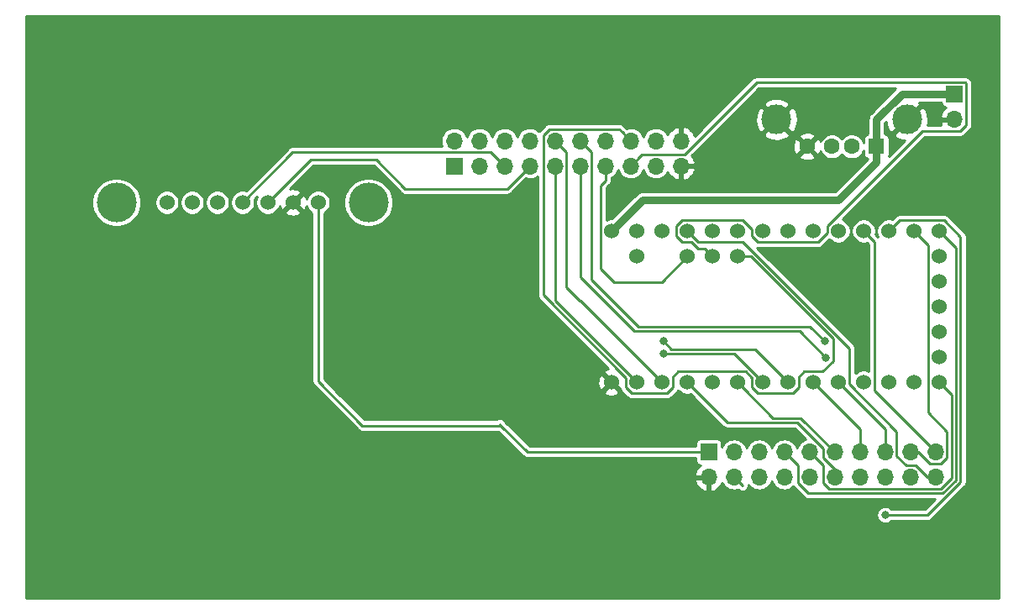
<source format=gtl>
G04 #@! TF.GenerationSoftware,KiCad,Pcbnew,(5.1.4-0)*
G04 #@! TF.CreationDate,2020-04-06T12:50:51+01:00*
G04 #@! TF.ProjectId,Simple_VFO,53696d70-6c65-45f5-9646-4f2e6b696361,rev?*
G04 #@! TF.SameCoordinates,Original*
G04 #@! TF.FileFunction,Copper,L1,Top*
G04 #@! TF.FilePolarity,Positive*
%FSLAX46Y46*%
G04 Gerber Fmt 4.6, Leading zero omitted, Abs format (unit mm)*
G04 Created by KiCad (PCBNEW (5.1.4-0)) date 2020-04-06 12:50:51*
%MOMM*%
%LPD*%
G04 APERTURE LIST*
%ADD10C,1.524000*%
%ADD11C,4.000000*%
%ADD12O,1.700000X1.700000*%
%ADD13R,1.700000X1.700000*%
%ADD14C,3.000000*%
%ADD15R,1.600000X1.600000*%
%ADD16C,1.600000*%
%ADD17C,0.800000*%
%ADD18C,0.250000*%
%ADD19C,0.750000*%
%ADD20C,0.254000*%
G04 APERTURE END LIST*
D10*
X86220000Y-136490000D03*
X88760000Y-136490000D03*
X91300000Y-136490000D03*
X93840000Y-136490000D03*
X96380000Y-136490000D03*
X98920000Y-136490000D03*
X101460000Y-136490000D03*
X104000000Y-136490000D03*
X106540000Y-136490000D03*
X109080000Y-136490000D03*
X111620000Y-136490000D03*
X114160000Y-136490000D03*
X116700000Y-136490000D03*
X119240000Y-136490000D03*
X119240000Y-133950000D03*
X119240000Y-131410000D03*
X119240000Y-128870000D03*
X119240000Y-126330000D03*
X119240000Y-123790000D03*
X119240000Y-121250000D03*
X116700000Y-121250000D03*
X114160000Y-121250000D03*
X111620000Y-121250000D03*
X109080000Y-121250000D03*
X106540000Y-121250000D03*
X104000000Y-121250000D03*
X101460000Y-121250000D03*
X98920000Y-121250000D03*
X96380000Y-121250000D03*
X93840000Y-121250000D03*
X91300000Y-121250000D03*
X88760000Y-121250000D03*
X86220000Y-121250000D03*
X88760000Y-123790000D03*
X93840000Y-123790000D03*
X96380000Y-123790000D03*
X98920000Y-123790000D03*
D11*
X61722000Y-118364000D03*
X36322000Y-118364000D03*
D10*
X56642000Y-118364000D03*
X54102000Y-118364000D03*
X51562000Y-118364000D03*
X49022000Y-118364000D03*
X46482000Y-118364000D03*
X43942000Y-118364000D03*
X41402000Y-118364000D03*
D12*
X93218000Y-112141000D03*
X93218000Y-114681000D03*
X90678000Y-112141000D03*
X90678000Y-114681000D03*
X88138000Y-112141000D03*
X88138000Y-114681000D03*
X85598000Y-112141000D03*
X85598000Y-114681000D03*
X83058000Y-112141000D03*
X83058000Y-114681000D03*
X80518000Y-112141000D03*
X80518000Y-114681000D03*
X77978000Y-112141000D03*
X77978000Y-114681000D03*
X75438000Y-112141000D03*
X75438000Y-114681000D03*
X72898000Y-112141000D03*
X72898000Y-114681000D03*
X70358000Y-112141000D03*
D13*
X70358000Y-114681000D03*
D14*
X102860000Y-110000000D03*
X116000000Y-110000000D03*
D15*
X112930000Y-112710000D03*
D16*
X110430000Y-112710000D03*
X108430000Y-112710000D03*
X105930000Y-112710000D03*
D13*
X96012000Y-143510000D03*
D12*
X96012000Y-146050000D03*
X98552000Y-143510000D03*
X98552000Y-146050000D03*
X101092000Y-143510000D03*
X101092000Y-146050000D03*
X103632000Y-143510000D03*
X103632000Y-146050000D03*
X106172000Y-143510000D03*
X106172000Y-146050000D03*
X108712000Y-143510000D03*
X108712000Y-146050000D03*
X111252000Y-143510000D03*
X111252000Y-146050000D03*
X113792000Y-143510000D03*
X113792000Y-146050000D03*
X116332000Y-143510000D03*
X116332000Y-146050000D03*
X118872000Y-143510000D03*
X118872000Y-146050000D03*
D13*
X120777000Y-107442000D03*
D12*
X120777000Y-109982000D03*
D17*
X113792000Y-149860000D03*
X80010000Y-130810000D03*
X72009000Y-120650000D03*
X107696000Y-132334000D03*
X107823000Y-133985000D03*
X91440000Y-132334000D03*
X91440000Y-133604000D03*
D18*
X99681999Y-137251999D02*
X98920000Y-136490000D01*
X102511000Y-140081000D02*
X99681999Y-137251999D01*
X105283000Y-140081000D02*
X102511000Y-140081000D01*
X108712000Y-143510000D02*
X105283000Y-140081000D01*
D19*
X119177000Y-107442000D02*
X120777000Y-107442000D01*
X115486998Y-107442000D02*
X119177000Y-107442000D01*
X112930000Y-109998998D02*
X115486998Y-107442000D01*
X112930000Y-112710000D02*
X112930000Y-109998998D01*
D18*
X92837000Y-114681000D02*
X92789000Y-114681000D01*
D19*
X112930000Y-114260000D02*
X109080000Y-118110000D01*
X112930000Y-112710000D02*
X112930000Y-114260000D01*
X89360000Y-118110000D02*
X86220000Y-121250000D01*
X109080000Y-118110000D02*
X89360000Y-118110000D01*
D18*
X99401999Y-146899999D02*
X98552000Y-146050000D01*
X96012000Y-143510000D02*
X77724000Y-143510000D01*
X77724000Y-143510000D02*
X75057000Y-140843000D01*
X75057000Y-140843000D02*
X61087000Y-140843000D01*
X75057000Y-140843000D02*
X74930000Y-140716000D01*
X61087000Y-140843000D02*
X56642000Y-136398000D01*
X56642000Y-136398000D02*
X56642000Y-118364000D01*
X120001999Y-122011999D02*
X119240000Y-121250000D01*
X120947021Y-146350391D02*
X120947021Y-122957021D01*
X119622402Y-147675010D02*
X120947021Y-146350391D01*
X106058008Y-147675010D02*
X119622402Y-147675010D01*
X104996999Y-146614001D02*
X106058008Y-147675010D01*
X120947021Y-122957021D02*
X120001999Y-122011999D01*
X104996999Y-144874999D02*
X104996999Y-146614001D01*
X103632000Y-143510000D02*
X104996999Y-144874999D01*
X120001999Y-137251999D02*
X119240000Y-136490000D01*
X120497011Y-137747011D02*
X120001999Y-137251999D01*
X119436001Y-147225001D02*
X120497011Y-146163991D01*
X120497011Y-146163991D02*
X120497011Y-137747011D01*
X108147999Y-147225001D02*
X119436001Y-147225001D01*
X107536999Y-146614001D02*
X108147999Y-147225001D01*
X107536999Y-144874999D02*
X107536999Y-146614001D01*
X106172000Y-143510000D02*
X107536999Y-144874999D01*
X94601999Y-137251999D02*
X93840000Y-136490000D01*
X104932012Y-140531010D02*
X97881010Y-140531010D01*
X107536999Y-143135997D02*
X104932012Y-140531010D01*
X107536999Y-144074001D02*
X107536999Y-143135997D01*
X108712000Y-145249002D02*
X107536999Y-144074001D01*
X97881010Y-140531010D02*
X94601999Y-137251999D01*
X108712000Y-146050000D02*
X108712000Y-145249002D01*
X120047001Y-144074001D02*
X120047001Y-141445763D01*
X119436001Y-144685001D02*
X120047001Y-144074001D01*
X117132998Y-143510000D02*
X118307999Y-144685001D01*
X118307999Y-144685001D02*
X119436001Y-144685001D01*
X116332000Y-143510000D02*
X117132998Y-143510000D01*
X117461999Y-122011999D02*
X116700000Y-121250000D01*
X118152999Y-122702999D02*
X117461999Y-122011999D01*
X118152999Y-139551761D02*
X118152999Y-122702999D01*
X120047001Y-141445763D02*
X118152999Y-139551761D01*
X121397031Y-121798269D02*
X121397030Y-146536792D01*
X119761761Y-120162999D02*
X121397031Y-121798269D01*
X115247001Y-120162999D02*
X119761761Y-120162999D01*
X121397030Y-146536792D02*
X118073822Y-149860000D01*
X114160000Y-121250000D02*
X115247001Y-120162999D01*
X118073822Y-149860000D02*
X113792000Y-149860000D01*
X112707001Y-122337001D02*
X112381999Y-122011999D01*
X112381999Y-122011999D02*
X111620000Y-121250000D01*
X112707001Y-137345001D02*
X112707001Y-122337001D01*
X118872000Y-143510000D02*
X112707001Y-137345001D01*
X94601999Y-122011999D02*
X93840000Y-121250000D01*
X94927001Y-122337001D02*
X94601999Y-122011999D01*
X99441761Y-122337001D02*
X94927001Y-122337001D01*
X110167001Y-133062241D02*
X99441761Y-122337001D01*
X110167001Y-136645763D02*
X110167001Y-133062241D01*
X115918999Y-144874999D02*
X114967001Y-143923001D01*
X114967001Y-141445763D02*
X110167001Y-136645763D01*
X116896001Y-144874999D02*
X115918999Y-144874999D01*
X118071002Y-146050000D02*
X116896001Y-144874999D01*
X114967001Y-143923001D02*
X114967001Y-141445763D01*
X118872000Y-146050000D02*
X118071002Y-146050000D01*
X111252000Y-141202000D02*
X106540000Y-136490000D01*
X111252000Y-143510000D02*
X111252000Y-141202000D01*
X113792000Y-141202000D02*
X109080000Y-136490000D01*
X113792000Y-143510000D02*
X113792000Y-141202000D01*
X75438000Y-114681000D02*
X74262999Y-113505999D01*
X54069999Y-113316001D02*
X74073001Y-113316001D01*
X74073001Y-113316001D02*
X74262999Y-113505999D01*
X49022000Y-118364000D02*
X54069999Y-113316001D01*
X77978000Y-114681000D02*
X75692000Y-116967000D01*
X65405000Y-116967000D02*
X62484000Y-114046000D01*
X75692000Y-116967000D02*
X65405000Y-116967000D01*
X55880000Y-114046000D02*
X62484000Y-114046000D01*
X51562000Y-118364000D02*
X55880000Y-114046000D01*
X93840000Y-123790000D02*
X91265000Y-126365000D01*
X85132999Y-116628999D02*
X85598000Y-116163998D01*
X85598000Y-116163998D02*
X85598000Y-114681000D01*
X86487000Y-126365000D02*
X85132999Y-125010999D01*
X91265000Y-126365000D02*
X86487000Y-126365000D01*
X85132999Y-125010999D02*
X85132999Y-116628999D01*
X106229990Y-130867990D02*
X88957990Y-130867990D01*
X107696000Y-132334000D02*
X106229990Y-130867990D01*
X84233001Y-113316001D02*
X83907999Y-112990999D01*
X83907999Y-112990999D02*
X83058000Y-112141000D01*
X84233001Y-126143001D02*
X84233001Y-113316001D01*
X88957990Y-130867990D02*
X84233001Y-126143001D01*
X87288001Y-111291001D02*
X88138000Y-112141000D01*
X86962999Y-110965999D02*
X87288001Y-111291001D01*
X79953999Y-110965999D02*
X86962999Y-110965999D01*
X79342999Y-111576999D02*
X79953999Y-110965999D01*
X79342999Y-127709409D02*
X79342999Y-111576999D01*
X87672999Y-136039409D02*
X79342999Y-127709409D01*
X88238239Y-137577001D02*
X87672999Y-137011761D01*
X91821761Y-137577001D02*
X88238239Y-137577001D01*
X92387001Y-137011761D02*
X91821761Y-137577001D01*
X92387001Y-135968239D02*
X92387001Y-137011761D01*
X99736589Y-135402999D02*
X92952241Y-135402999D01*
X100372999Y-136039409D02*
X99736589Y-135402999D01*
X100372999Y-137011761D02*
X100372999Y-136039409D01*
X87672999Y-137011761D02*
X87672999Y-136039409D01*
X100938239Y-137577001D02*
X100372999Y-137011761D01*
X92952241Y-135402999D02*
X92387001Y-135968239D01*
X104521761Y-137577001D02*
X100938239Y-137577001D01*
X105087001Y-135968239D02*
X105087001Y-137011761D01*
X105087001Y-137011761D02*
X104521761Y-137577001D01*
X105652241Y-135402999D02*
X105087001Y-135968239D01*
X107478003Y-135402999D02*
X105652241Y-135402999D01*
X108548001Y-134333001D02*
X107478003Y-135402999D01*
X108548001Y-132079651D02*
X108548001Y-134333001D01*
X100258350Y-123790000D02*
X108548001Y-132079651D01*
X98920000Y-123790000D02*
X100258350Y-123790000D01*
X107823000Y-133985000D02*
X105156000Y-131318000D01*
X105156000Y-131318000D02*
X88519000Y-131318000D01*
X83058000Y-125857000D02*
X83058000Y-114681000D01*
X88519000Y-131318000D02*
X83058000Y-125857000D01*
X88987999Y-113831001D02*
X88138000Y-114681000D01*
X89313001Y-113505999D02*
X88987999Y-113831001D01*
X93592003Y-113505999D02*
X89313001Y-113505999D01*
X100831003Y-106266999D02*
X93592003Y-113505999D01*
X121887001Y-106266999D02*
X100831003Y-106266999D01*
X121952001Y-106331999D02*
X121887001Y-106266999D01*
X121952001Y-110546001D02*
X121952001Y-106331999D01*
X121341001Y-111157001D02*
X121952001Y-110546001D01*
X117564237Y-111157001D02*
X121341001Y-111157001D01*
X107992999Y-120728239D02*
X117564237Y-111157001D01*
X107061761Y-122337001D02*
X107992999Y-121405763D01*
X100938239Y-122337001D02*
X107061761Y-122337001D01*
X100372999Y-121094237D02*
X100372999Y-121771761D01*
X99441761Y-120162999D02*
X100372999Y-121094237D01*
X100372999Y-121771761D02*
X100938239Y-122337001D01*
X93318239Y-120162999D02*
X99441761Y-120162999D01*
X92752999Y-120728239D02*
X93318239Y-120162999D01*
X92752999Y-121771761D02*
X92752999Y-120728239D01*
X93318239Y-122337001D02*
X92752999Y-121771761D01*
X94290591Y-122337001D02*
X93318239Y-122337001D01*
X94981591Y-123028001D02*
X94290591Y-122337001D01*
X95618001Y-123028001D02*
X94981591Y-123028001D01*
X107992999Y-121405763D02*
X107992999Y-120728239D01*
X96380000Y-123790000D02*
X95618001Y-123028001D01*
X91300000Y-136490000D02*
X83058000Y-128248000D01*
X83058000Y-128248000D02*
X83036000Y-128248000D01*
X81367999Y-112990999D02*
X80518000Y-112141000D01*
X81693001Y-126905001D02*
X81693001Y-113316001D01*
X81693001Y-113316001D02*
X81367999Y-112990999D01*
X83036000Y-128248000D02*
X81693001Y-126905001D01*
X80518000Y-128248000D02*
X80518000Y-114681000D01*
X88760000Y-136490000D02*
X80518000Y-128248000D01*
X100663990Y-133153990D02*
X92259990Y-133153990D01*
X104000000Y-136490000D02*
X100663990Y-133153990D01*
X92259990Y-133153990D02*
X91440000Y-132334000D01*
X101460000Y-136490000D02*
X98574000Y-133604000D01*
X98574000Y-133604000D02*
X91440000Y-133604000D01*
D20*
G36*
X125228000Y-158248000D02*
G01*
X27172000Y-158248000D01*
X27172000Y-146406891D01*
X94570519Y-146406891D01*
X94667843Y-146681252D01*
X94816822Y-146931355D01*
X95011731Y-147147588D01*
X95245080Y-147321641D01*
X95507901Y-147446825D01*
X95655110Y-147491476D01*
X95885000Y-147370155D01*
X95885000Y-146177000D01*
X94691186Y-146177000D01*
X94570519Y-146406891D01*
X27172000Y-146406891D01*
X27172000Y-118120037D01*
X33845000Y-118120037D01*
X33845000Y-118607963D01*
X33940190Y-119086514D01*
X34126911Y-119537299D01*
X34397989Y-119942995D01*
X34743005Y-120288011D01*
X35148701Y-120559089D01*
X35599486Y-120745810D01*
X36078037Y-120841000D01*
X36565963Y-120841000D01*
X37044514Y-120745810D01*
X37495299Y-120559089D01*
X37900995Y-120288011D01*
X38246011Y-119942995D01*
X38517089Y-119537299D01*
X38703810Y-119086514D01*
X38799000Y-118607963D01*
X38799000Y-118241969D01*
X40163000Y-118241969D01*
X40163000Y-118486031D01*
X40210614Y-118725403D01*
X40304012Y-118950887D01*
X40439606Y-119153816D01*
X40612184Y-119326394D01*
X40815113Y-119461988D01*
X41040597Y-119555386D01*
X41279969Y-119603000D01*
X41524031Y-119603000D01*
X41763403Y-119555386D01*
X41988887Y-119461988D01*
X42191816Y-119326394D01*
X42364394Y-119153816D01*
X42499988Y-118950887D01*
X42593386Y-118725403D01*
X42641000Y-118486031D01*
X42641000Y-118241969D01*
X42703000Y-118241969D01*
X42703000Y-118486031D01*
X42750614Y-118725403D01*
X42844012Y-118950887D01*
X42979606Y-119153816D01*
X43152184Y-119326394D01*
X43355113Y-119461988D01*
X43580597Y-119555386D01*
X43819969Y-119603000D01*
X44064031Y-119603000D01*
X44303403Y-119555386D01*
X44528887Y-119461988D01*
X44731816Y-119326394D01*
X44904394Y-119153816D01*
X45039988Y-118950887D01*
X45133386Y-118725403D01*
X45181000Y-118486031D01*
X45181000Y-118241969D01*
X45243000Y-118241969D01*
X45243000Y-118486031D01*
X45290614Y-118725403D01*
X45384012Y-118950887D01*
X45519606Y-119153816D01*
X45692184Y-119326394D01*
X45895113Y-119461988D01*
X46120597Y-119555386D01*
X46359969Y-119603000D01*
X46604031Y-119603000D01*
X46843403Y-119555386D01*
X47068887Y-119461988D01*
X47271816Y-119326394D01*
X47444394Y-119153816D01*
X47579988Y-118950887D01*
X47673386Y-118725403D01*
X47721000Y-118486031D01*
X47721000Y-118241969D01*
X47783000Y-118241969D01*
X47783000Y-118486031D01*
X47830614Y-118725403D01*
X47924012Y-118950887D01*
X48059606Y-119153816D01*
X48232184Y-119326394D01*
X48435113Y-119461988D01*
X48660597Y-119555386D01*
X48899969Y-119603000D01*
X49144031Y-119603000D01*
X49383403Y-119555386D01*
X49608887Y-119461988D01*
X49811816Y-119326394D01*
X49984394Y-119153816D01*
X50119988Y-118950887D01*
X50213386Y-118725403D01*
X50261000Y-118486031D01*
X50261000Y-118241969D01*
X50216932Y-118020423D01*
X50471603Y-117765752D01*
X50464012Y-117777113D01*
X50370614Y-118002597D01*
X50323000Y-118241969D01*
X50323000Y-118486031D01*
X50370614Y-118725403D01*
X50464012Y-118950887D01*
X50599606Y-119153816D01*
X50772184Y-119326394D01*
X50975113Y-119461988D01*
X51200597Y-119555386D01*
X51439969Y-119603000D01*
X51684031Y-119603000D01*
X51923403Y-119555386D01*
X52148887Y-119461988D01*
X52347070Y-119329565D01*
X53316040Y-119329565D01*
X53383020Y-119569656D01*
X53632048Y-119686756D01*
X53899135Y-119753023D01*
X54174017Y-119765910D01*
X54446133Y-119724922D01*
X54705023Y-119631636D01*
X54820980Y-119569656D01*
X54887960Y-119329565D01*
X54102000Y-118543605D01*
X53316040Y-119329565D01*
X52347070Y-119329565D01*
X52351816Y-119326394D01*
X52524394Y-119153816D01*
X52659988Y-118950887D01*
X52750132Y-118733259D01*
X52834364Y-118967023D01*
X52896344Y-119082980D01*
X53136435Y-119149960D01*
X53922395Y-118364000D01*
X53908253Y-118349858D01*
X54087858Y-118170253D01*
X54102000Y-118184395D01*
X54887960Y-117398435D01*
X54820980Y-117158344D01*
X54571952Y-117041244D01*
X54304865Y-116974977D01*
X54029983Y-116962090D01*
X53777188Y-117000168D01*
X56129357Y-114648000D01*
X62234645Y-114648000D01*
X64958416Y-117371772D01*
X64977263Y-117394737D01*
X65068929Y-117469966D01*
X65173510Y-117525866D01*
X65286988Y-117560289D01*
X65375434Y-117569000D01*
X65375443Y-117569000D01*
X65405000Y-117571911D01*
X65434556Y-117569000D01*
X75662444Y-117569000D01*
X75692000Y-117571911D01*
X75721556Y-117569000D01*
X75721566Y-117569000D01*
X75810012Y-117560289D01*
X75923490Y-117525866D01*
X76028071Y-117469966D01*
X76119737Y-117394737D01*
X76138589Y-117371766D01*
X77567247Y-115943110D01*
X77717863Y-115988799D01*
X77912816Y-116008000D01*
X78043184Y-116008000D01*
X78238137Y-115988799D01*
X78488278Y-115912919D01*
X78718808Y-115789698D01*
X78741000Y-115771486D01*
X78740999Y-127679853D01*
X78738088Y-127709409D01*
X78740999Y-127738965D01*
X78740999Y-127738974D01*
X78749710Y-127827420D01*
X78784133Y-127940898D01*
X78840033Y-128045479D01*
X78915262Y-128137146D01*
X78938233Y-128155998D01*
X85906672Y-135124438D01*
X85875867Y-135129078D01*
X85616977Y-135222364D01*
X85501020Y-135284344D01*
X85434040Y-135524435D01*
X86220000Y-136310395D01*
X86234143Y-136296253D01*
X86413748Y-136475858D01*
X86399605Y-136490000D01*
X87097272Y-137187667D01*
X87114133Y-137243250D01*
X87170033Y-137347831D01*
X87245262Y-137439498D01*
X87268232Y-137458349D01*
X87791659Y-137981778D01*
X87810502Y-138004738D01*
X87833462Y-138023581D01*
X87833466Y-138023585D01*
X87889155Y-138069287D01*
X87902168Y-138079967D01*
X88006749Y-138135867D01*
X88120227Y-138170290D01*
X88208673Y-138179001D01*
X88208682Y-138179001D01*
X88238238Y-138181912D01*
X88267795Y-138179001D01*
X91792205Y-138179001D01*
X91821761Y-138181912D01*
X91851317Y-138179001D01*
X91851327Y-138179001D01*
X91939773Y-138170290D01*
X92053251Y-138135867D01*
X92157832Y-138079967D01*
X92249498Y-138004738D01*
X92268349Y-137981768D01*
X92791778Y-137458341D01*
X92814738Y-137439498D01*
X92833581Y-137416538D01*
X92833585Y-137416534D01*
X92889966Y-137347833D01*
X92889968Y-137347831D01*
X92909353Y-137311563D01*
X93050184Y-137452394D01*
X93253113Y-137587988D01*
X93478597Y-137681386D01*
X93717969Y-137729000D01*
X93962031Y-137729000D01*
X94183575Y-137684932D01*
X94197226Y-137698583D01*
X94197237Y-137698592D01*
X97434425Y-140935781D01*
X97453273Y-140958747D01*
X97544939Y-141033976D01*
X97649520Y-141089876D01*
X97762998Y-141124299D01*
X97851444Y-141133010D01*
X97851453Y-141133010D01*
X97881010Y-141135921D01*
X97910566Y-141133010D01*
X104682657Y-141133010D01*
X105789090Y-142239444D01*
X105661722Y-142278081D01*
X105431192Y-142401302D01*
X105229130Y-142567130D01*
X105063302Y-142769192D01*
X104940081Y-142999722D01*
X104902000Y-143125257D01*
X104863919Y-142999722D01*
X104740698Y-142769192D01*
X104574870Y-142567130D01*
X104372808Y-142401302D01*
X104142278Y-142278081D01*
X103892137Y-142202201D01*
X103697184Y-142183000D01*
X103566816Y-142183000D01*
X103371863Y-142202201D01*
X103121722Y-142278081D01*
X102891192Y-142401302D01*
X102689130Y-142567130D01*
X102523302Y-142769192D01*
X102400081Y-142999722D01*
X102362000Y-143125257D01*
X102323919Y-142999722D01*
X102200698Y-142769192D01*
X102034870Y-142567130D01*
X101832808Y-142401302D01*
X101602278Y-142278081D01*
X101352137Y-142202201D01*
X101157184Y-142183000D01*
X101026816Y-142183000D01*
X100831863Y-142202201D01*
X100581722Y-142278081D01*
X100351192Y-142401302D01*
X100149130Y-142567130D01*
X99983302Y-142769192D01*
X99860081Y-142999722D01*
X99822000Y-143125257D01*
X99783919Y-142999722D01*
X99660698Y-142769192D01*
X99494870Y-142567130D01*
X99292808Y-142401302D01*
X99062278Y-142278081D01*
X98812137Y-142202201D01*
X98617184Y-142183000D01*
X98486816Y-142183000D01*
X98291863Y-142202201D01*
X98041722Y-142278081D01*
X97811192Y-142401302D01*
X97609130Y-142567130D01*
X97443302Y-142769192D01*
X97341307Y-142960011D01*
X97341307Y-142660000D01*
X97332097Y-142566492D01*
X97304822Y-142476577D01*
X97260529Y-142393711D01*
X97200921Y-142321079D01*
X97128289Y-142261471D01*
X97045423Y-142217178D01*
X96955508Y-142189903D01*
X96862000Y-142180693D01*
X95162000Y-142180693D01*
X95068492Y-142189903D01*
X94978577Y-142217178D01*
X94895711Y-142261471D01*
X94823079Y-142321079D01*
X94763471Y-142393711D01*
X94719178Y-142476577D01*
X94691903Y-142566492D01*
X94682693Y-142660000D01*
X94682693Y-142908000D01*
X77973356Y-142908000D01*
X75503589Y-140438234D01*
X75484737Y-140415263D01*
X75461770Y-140396415D01*
X75334771Y-140269416D01*
X75266071Y-140213035D01*
X75161489Y-140157134D01*
X75048012Y-140122712D01*
X74930000Y-140111089D01*
X74811988Y-140122712D01*
X74698511Y-140157134D01*
X74593929Y-140213035D01*
X74559853Y-140241000D01*
X61336357Y-140241000D01*
X58550922Y-137455565D01*
X85434040Y-137455565D01*
X85501020Y-137695656D01*
X85750048Y-137812756D01*
X86017135Y-137879023D01*
X86292017Y-137891910D01*
X86564133Y-137850922D01*
X86823023Y-137757636D01*
X86938980Y-137695656D01*
X87005960Y-137455565D01*
X86220000Y-136669605D01*
X85434040Y-137455565D01*
X58550922Y-137455565D01*
X57657373Y-136562017D01*
X84818090Y-136562017D01*
X84859078Y-136834133D01*
X84952364Y-137093023D01*
X85014344Y-137208980D01*
X85254435Y-137275960D01*
X86040395Y-136490000D01*
X85254435Y-135704040D01*
X85014344Y-135771020D01*
X84897244Y-136020048D01*
X84830977Y-136287135D01*
X84818090Y-136562017D01*
X57657373Y-136562017D01*
X57244000Y-136148645D01*
X57244000Y-119451890D01*
X57431816Y-119326394D01*
X57604394Y-119153816D01*
X57739988Y-118950887D01*
X57833386Y-118725403D01*
X57881000Y-118486031D01*
X57881000Y-118241969D01*
X57856747Y-118120037D01*
X59245000Y-118120037D01*
X59245000Y-118607963D01*
X59340190Y-119086514D01*
X59526911Y-119537299D01*
X59797989Y-119942995D01*
X60143005Y-120288011D01*
X60548701Y-120559089D01*
X60999486Y-120745810D01*
X61478037Y-120841000D01*
X61965963Y-120841000D01*
X62444514Y-120745810D01*
X62895299Y-120559089D01*
X63300995Y-120288011D01*
X63646011Y-119942995D01*
X63917089Y-119537299D01*
X64103810Y-119086514D01*
X64199000Y-118607963D01*
X64199000Y-118120037D01*
X64103810Y-117641486D01*
X63917089Y-117190701D01*
X63646011Y-116785005D01*
X63300995Y-116439989D01*
X62895299Y-116168911D01*
X62444514Y-115982190D01*
X61965963Y-115887000D01*
X61478037Y-115887000D01*
X60999486Y-115982190D01*
X60548701Y-116168911D01*
X60143005Y-116439989D01*
X59797989Y-116785005D01*
X59526911Y-117190701D01*
X59340190Y-117641486D01*
X59245000Y-118120037D01*
X57856747Y-118120037D01*
X57833386Y-118002597D01*
X57739988Y-117777113D01*
X57604394Y-117574184D01*
X57431816Y-117401606D01*
X57228887Y-117266012D01*
X57003403Y-117172614D01*
X56764031Y-117125000D01*
X56519969Y-117125000D01*
X56280597Y-117172614D01*
X56055113Y-117266012D01*
X55852184Y-117401606D01*
X55679606Y-117574184D01*
X55544012Y-117777113D01*
X55453868Y-117994741D01*
X55369636Y-117760977D01*
X55307656Y-117645020D01*
X55067565Y-117578040D01*
X54281605Y-118364000D01*
X55067565Y-119149960D01*
X55307656Y-119082980D01*
X55424756Y-118833952D01*
X55451286Y-118727025D01*
X55544012Y-118950887D01*
X55679606Y-119153816D01*
X55852184Y-119326394D01*
X56040001Y-119451890D01*
X56040000Y-136368444D01*
X56037089Y-136398000D01*
X56040000Y-136427556D01*
X56040000Y-136427565D01*
X56048711Y-136516011D01*
X56083134Y-136629489D01*
X56139034Y-136734070D01*
X56214263Y-136825737D01*
X56237234Y-136844589D01*
X60640420Y-141247777D01*
X60659263Y-141270737D01*
X60682223Y-141289580D01*
X60682227Y-141289584D01*
X60719304Y-141320012D01*
X60750929Y-141345966D01*
X60855510Y-141401866D01*
X60968988Y-141436289D01*
X61057434Y-141445000D01*
X61057443Y-141445000D01*
X61086999Y-141447911D01*
X61116556Y-141445000D01*
X74807645Y-141445000D01*
X77277415Y-143914771D01*
X77296263Y-143937737D01*
X77319228Y-143956584D01*
X77387928Y-144012966D01*
X77492510Y-144068866D01*
X77605987Y-144103289D01*
X77617182Y-144104391D01*
X77694434Y-144112000D01*
X77694441Y-144112000D01*
X77724000Y-144114911D01*
X77753559Y-144112000D01*
X94682693Y-144112000D01*
X94682693Y-144360000D01*
X94691903Y-144453508D01*
X94719178Y-144543423D01*
X94763471Y-144626289D01*
X94823079Y-144698921D01*
X94895711Y-144758529D01*
X94978577Y-144802822D01*
X95068492Y-144830097D01*
X95162000Y-144839307D01*
X95163368Y-144839307D01*
X95011731Y-144952412D01*
X94816822Y-145168645D01*
X94667843Y-145418748D01*
X94570519Y-145693109D01*
X94691186Y-145923000D01*
X95885000Y-145923000D01*
X95885000Y-145903000D01*
X96139000Y-145903000D01*
X96139000Y-145923000D01*
X96159000Y-145923000D01*
X96159000Y-146177000D01*
X96139000Y-146177000D01*
X96139000Y-147370155D01*
X96368890Y-147491476D01*
X96516099Y-147446825D01*
X96778920Y-147321641D01*
X97012269Y-147147588D01*
X97207178Y-146931355D01*
X97356157Y-146681252D01*
X97367560Y-146649105D01*
X97443302Y-146790808D01*
X97609130Y-146992870D01*
X97811192Y-147158698D01*
X98041722Y-147281919D01*
X98291863Y-147357799D01*
X98486816Y-147377000D01*
X98617184Y-147377000D01*
X98812137Y-147357799D01*
X98962753Y-147312110D01*
X98997226Y-147346583D01*
X99065927Y-147402964D01*
X99170509Y-147458865D01*
X99283986Y-147493287D01*
X99401998Y-147504910D01*
X99520011Y-147493287D01*
X99633488Y-147458865D01*
X99738070Y-147402964D01*
X99829736Y-147327736D01*
X99904964Y-147236070D01*
X99960865Y-147131488D01*
X99995287Y-147018011D01*
X100006910Y-146899998D01*
X99997909Y-146808607D01*
X100149130Y-146992870D01*
X100351192Y-147158698D01*
X100581722Y-147281919D01*
X100831863Y-147357799D01*
X101026816Y-147377000D01*
X101157184Y-147377000D01*
X101352137Y-147357799D01*
X101602278Y-147281919D01*
X101832808Y-147158698D01*
X102034870Y-146992870D01*
X102200698Y-146790808D01*
X102323919Y-146560278D01*
X102362000Y-146434743D01*
X102400081Y-146560278D01*
X102523302Y-146790808D01*
X102689130Y-146992870D01*
X102891192Y-147158698D01*
X103121722Y-147281919D01*
X103371863Y-147357799D01*
X103566816Y-147377000D01*
X103697184Y-147377000D01*
X103892137Y-147357799D01*
X104142278Y-147281919D01*
X104372808Y-147158698D01*
X104547555Y-147015287D01*
X104549791Y-147018011D01*
X104569263Y-147041738D01*
X104592228Y-147060585D01*
X105611428Y-148079787D01*
X105630271Y-148102747D01*
X105653231Y-148121590D01*
X105653235Y-148121594D01*
X105708924Y-148167296D01*
X105721937Y-148177976D01*
X105826518Y-148233876D01*
X105939996Y-148268299D01*
X106028442Y-148277010D01*
X106028451Y-148277010D01*
X106058007Y-148279921D01*
X106087564Y-148277010D01*
X118805457Y-148277010D01*
X117824467Y-149258000D01*
X114430265Y-149258000D01*
X114351055Y-149178790D01*
X114207415Y-149082813D01*
X114047811Y-149016703D01*
X113878377Y-148983000D01*
X113705623Y-148983000D01*
X113536189Y-149016703D01*
X113376585Y-149082813D01*
X113232945Y-149178790D01*
X113110790Y-149300945D01*
X113014813Y-149444585D01*
X112948703Y-149604189D01*
X112915000Y-149773623D01*
X112915000Y-149946377D01*
X112948703Y-150115811D01*
X113014813Y-150275415D01*
X113110790Y-150419055D01*
X113232945Y-150541210D01*
X113376585Y-150637187D01*
X113536189Y-150703297D01*
X113705623Y-150737000D01*
X113878377Y-150737000D01*
X114047811Y-150703297D01*
X114207415Y-150637187D01*
X114351055Y-150541210D01*
X114430265Y-150462000D01*
X118044266Y-150462000D01*
X118073822Y-150464911D01*
X118103378Y-150462000D01*
X118103388Y-150462000D01*
X118191834Y-150453289D01*
X118305312Y-150418866D01*
X118409893Y-150362966D01*
X118501559Y-150287737D01*
X118520411Y-150264766D01*
X121801806Y-146983372D01*
X121824766Y-146964529D01*
X121843609Y-146941569D01*
X121843614Y-146941564D01*
X121899995Y-146872864D01*
X121955896Y-146768282D01*
X121990318Y-146654805D01*
X122001941Y-146536792D01*
X121999029Y-146507226D01*
X121999031Y-121827825D01*
X122001942Y-121798268D01*
X121999031Y-121768712D01*
X121999031Y-121768704D01*
X121990320Y-121680258D01*
X121955897Y-121566780D01*
X121955897Y-121566779D01*
X121899996Y-121462197D01*
X121843615Y-121393497D01*
X121843611Y-121393493D01*
X121824768Y-121370533D01*
X121801808Y-121351690D01*
X120208350Y-119758233D01*
X120189498Y-119735262D01*
X120097832Y-119660033D01*
X119993251Y-119604133D01*
X119879773Y-119569710D01*
X119791327Y-119560999D01*
X119791317Y-119560999D01*
X119761761Y-119558088D01*
X119732205Y-119560999D01*
X115276560Y-119560999D01*
X115247001Y-119558088D01*
X115217442Y-119560999D01*
X115217435Y-119560999D01*
X115140183Y-119568608D01*
X115128988Y-119569710D01*
X115015511Y-119604133D01*
X114910929Y-119660033D01*
X114878368Y-119686756D01*
X114819264Y-119735262D01*
X114800417Y-119758228D01*
X114503576Y-120055068D01*
X114282031Y-120011000D01*
X114037969Y-120011000D01*
X113798597Y-120058614D01*
X113573113Y-120152012D01*
X113370184Y-120287606D01*
X113197606Y-120460184D01*
X113062012Y-120663113D01*
X112968614Y-120888597D01*
X112921000Y-121127969D01*
X112921000Y-121372031D01*
X112968614Y-121611403D01*
X113062012Y-121836887D01*
X113069602Y-121848246D01*
X112828592Y-121607237D01*
X112828583Y-121607226D01*
X112814932Y-121593575D01*
X112859000Y-121372031D01*
X112859000Y-121127969D01*
X112811386Y-120888597D01*
X112717988Y-120663113D01*
X112582394Y-120460184D01*
X112409816Y-120287606D01*
X112206887Y-120152012D01*
X111981403Y-120058614D01*
X111742031Y-120011000D01*
X111497969Y-120011000D01*
X111258597Y-120058614D01*
X111033113Y-120152012D01*
X110830184Y-120287606D01*
X110657606Y-120460184D01*
X110522012Y-120663113D01*
X110428614Y-120888597D01*
X110381000Y-121127969D01*
X110381000Y-121372031D01*
X110428614Y-121611403D01*
X110522012Y-121836887D01*
X110657606Y-122039816D01*
X110830184Y-122212394D01*
X111033113Y-122347988D01*
X111258597Y-122441386D01*
X111497969Y-122489000D01*
X111742031Y-122489000D01*
X111963575Y-122444932D01*
X111977226Y-122458583D01*
X111977237Y-122458592D01*
X112105002Y-122586357D01*
X112105001Y-135349810D01*
X111981403Y-135298614D01*
X111742031Y-135251000D01*
X111497969Y-135251000D01*
X111258597Y-135298614D01*
X111033113Y-135392012D01*
X110830184Y-135527606D01*
X110769001Y-135588789D01*
X110769001Y-133091797D01*
X110771912Y-133062241D01*
X110769001Y-133032684D01*
X110769001Y-133032675D01*
X110760290Y-132944229D01*
X110725867Y-132830751D01*
X110669967Y-132726170D01*
X110594738Y-132634504D01*
X110571773Y-132615657D01*
X100893635Y-122937520D01*
X100908673Y-122939001D01*
X100908682Y-122939001D01*
X100938238Y-122941912D01*
X100967795Y-122939001D01*
X107032205Y-122939001D01*
X107061761Y-122941912D01*
X107091317Y-122939001D01*
X107091327Y-122939001D01*
X107179773Y-122930290D01*
X107293251Y-122895867D01*
X107397832Y-122839967D01*
X107489498Y-122764738D01*
X107508349Y-122741768D01*
X108163954Y-122086164D01*
X108290184Y-122212394D01*
X108493113Y-122347988D01*
X108718597Y-122441386D01*
X108957969Y-122489000D01*
X109202031Y-122489000D01*
X109441403Y-122441386D01*
X109666887Y-122347988D01*
X109869816Y-122212394D01*
X110042394Y-122039816D01*
X110177988Y-121836887D01*
X110271386Y-121611403D01*
X110319000Y-121372031D01*
X110319000Y-121127969D01*
X110271386Y-120888597D01*
X110177988Y-120663113D01*
X110042394Y-120460184D01*
X109869816Y-120287606D01*
X109666887Y-120152012D01*
X109492722Y-120079871D01*
X117813593Y-111759001D01*
X121311445Y-111759001D01*
X121341001Y-111761912D01*
X121370557Y-111759001D01*
X121370567Y-111759001D01*
X121459013Y-111750290D01*
X121572491Y-111715867D01*
X121677072Y-111659967D01*
X121768738Y-111584738D01*
X121787589Y-111561768D01*
X122356779Y-110992580D01*
X122379738Y-110973738D01*
X122398581Y-110950778D01*
X122398585Y-110950774D01*
X122454966Y-110882073D01*
X122454967Y-110882072D01*
X122510867Y-110777491D01*
X122545290Y-110664013D01*
X122554001Y-110575567D01*
X122554001Y-110575558D01*
X122556912Y-110546002D01*
X122554001Y-110516445D01*
X122554001Y-106361555D01*
X122556912Y-106331999D01*
X122554001Y-106302443D01*
X122554001Y-106302433D01*
X122545290Y-106213987D01*
X122510867Y-106100509D01*
X122454967Y-105995928D01*
X122379738Y-105904262D01*
X122356767Y-105885410D01*
X122333590Y-105862233D01*
X122314738Y-105839262D01*
X122223072Y-105764033D01*
X122118491Y-105708133D01*
X122005013Y-105673710D01*
X121916567Y-105664999D01*
X121916557Y-105664999D01*
X121887001Y-105662088D01*
X121857445Y-105664999D01*
X100860559Y-105664999D01*
X100831003Y-105662088D01*
X100801446Y-105664999D01*
X100801437Y-105664999D01*
X100712991Y-105673710D01*
X100599513Y-105708133D01*
X100494932Y-105764033D01*
X100403266Y-105839262D01*
X100384419Y-105862227D01*
X94607912Y-111638734D01*
X94562157Y-111509748D01*
X94413178Y-111259645D01*
X94218269Y-111043412D01*
X93984920Y-110869359D01*
X93722099Y-110744175D01*
X93574890Y-110699524D01*
X93345000Y-110820845D01*
X93345000Y-112014000D01*
X93365000Y-112014000D01*
X93365000Y-112268000D01*
X93345000Y-112268000D01*
X93345000Y-112288000D01*
X93091000Y-112288000D01*
X93091000Y-112268000D01*
X93071000Y-112268000D01*
X93071000Y-112014000D01*
X93091000Y-112014000D01*
X93091000Y-110820845D01*
X92861110Y-110699524D01*
X92713901Y-110744175D01*
X92451080Y-110869359D01*
X92217731Y-111043412D01*
X92022822Y-111259645D01*
X91873843Y-111509748D01*
X91862440Y-111541895D01*
X91786698Y-111400192D01*
X91620870Y-111198130D01*
X91418808Y-111032302D01*
X91188278Y-110909081D01*
X90938137Y-110833201D01*
X90743184Y-110814000D01*
X90612816Y-110814000D01*
X90417863Y-110833201D01*
X90167722Y-110909081D01*
X89937192Y-111032302D01*
X89735130Y-111198130D01*
X89569302Y-111400192D01*
X89446081Y-111630722D01*
X89408000Y-111756257D01*
X89369919Y-111630722D01*
X89246698Y-111400192D01*
X89080870Y-111198130D01*
X88878808Y-111032302D01*
X88648278Y-110909081D01*
X88398137Y-110833201D01*
X88203184Y-110814000D01*
X88072816Y-110814000D01*
X87877863Y-110833201D01*
X87727246Y-110878890D01*
X87409587Y-110561232D01*
X87390736Y-110538262D01*
X87299070Y-110463033D01*
X87194489Y-110407133D01*
X87081011Y-110372710D01*
X86992565Y-110363999D01*
X86992555Y-110363999D01*
X86962999Y-110361088D01*
X86933443Y-110363999D01*
X79983555Y-110363999D01*
X79953998Y-110361088D01*
X79924442Y-110363999D01*
X79924433Y-110363999D01*
X79835987Y-110372710D01*
X79722509Y-110407133D01*
X79617928Y-110463033D01*
X79617926Y-110463034D01*
X79617927Y-110463034D01*
X79549226Y-110519415D01*
X79549222Y-110519419D01*
X79526262Y-110538262D01*
X79507419Y-110561222D01*
X78938228Y-111130415D01*
X78915263Y-111149262D01*
X78896416Y-111172227D01*
X78896415Y-111172228D01*
X78893555Y-111175713D01*
X78718808Y-111032302D01*
X78488278Y-110909081D01*
X78238137Y-110833201D01*
X78043184Y-110814000D01*
X77912816Y-110814000D01*
X77717863Y-110833201D01*
X77467722Y-110909081D01*
X77237192Y-111032302D01*
X77035130Y-111198130D01*
X76869302Y-111400192D01*
X76746081Y-111630722D01*
X76708000Y-111756257D01*
X76669919Y-111630722D01*
X76546698Y-111400192D01*
X76380870Y-111198130D01*
X76178808Y-111032302D01*
X75948278Y-110909081D01*
X75698137Y-110833201D01*
X75503184Y-110814000D01*
X75372816Y-110814000D01*
X75177863Y-110833201D01*
X74927722Y-110909081D01*
X74697192Y-111032302D01*
X74495130Y-111198130D01*
X74329302Y-111400192D01*
X74206081Y-111630722D01*
X74168000Y-111756257D01*
X74129919Y-111630722D01*
X74006698Y-111400192D01*
X73840870Y-111198130D01*
X73638808Y-111032302D01*
X73408278Y-110909081D01*
X73158137Y-110833201D01*
X72963184Y-110814000D01*
X72832816Y-110814000D01*
X72637863Y-110833201D01*
X72387722Y-110909081D01*
X72157192Y-111032302D01*
X71955130Y-111198130D01*
X71789302Y-111400192D01*
X71666081Y-111630722D01*
X71628000Y-111756257D01*
X71589919Y-111630722D01*
X71466698Y-111400192D01*
X71300870Y-111198130D01*
X71098808Y-111032302D01*
X70868278Y-110909081D01*
X70618137Y-110833201D01*
X70423184Y-110814000D01*
X70292816Y-110814000D01*
X70097863Y-110833201D01*
X69847722Y-110909081D01*
X69617192Y-111032302D01*
X69415130Y-111198130D01*
X69249302Y-111400192D01*
X69126081Y-111630722D01*
X69050201Y-111880863D01*
X69024580Y-112141000D01*
X69050201Y-112401137D01*
X69126081Y-112651278D01*
X69159607Y-112714001D01*
X54099558Y-112714001D01*
X54069999Y-112711090D01*
X54040440Y-112714001D01*
X54040433Y-112714001D01*
X53963181Y-112721610D01*
X53951986Y-112722712D01*
X53838509Y-112757135D01*
X53733927Y-112813035D01*
X53669414Y-112865980D01*
X53642262Y-112888264D01*
X53623415Y-112911229D01*
X49365577Y-117169068D01*
X49144031Y-117125000D01*
X48899969Y-117125000D01*
X48660597Y-117172614D01*
X48435113Y-117266012D01*
X48232184Y-117401606D01*
X48059606Y-117574184D01*
X47924012Y-117777113D01*
X47830614Y-118002597D01*
X47783000Y-118241969D01*
X47721000Y-118241969D01*
X47673386Y-118002597D01*
X47579988Y-117777113D01*
X47444394Y-117574184D01*
X47271816Y-117401606D01*
X47068887Y-117266012D01*
X46843403Y-117172614D01*
X46604031Y-117125000D01*
X46359969Y-117125000D01*
X46120597Y-117172614D01*
X45895113Y-117266012D01*
X45692184Y-117401606D01*
X45519606Y-117574184D01*
X45384012Y-117777113D01*
X45290614Y-118002597D01*
X45243000Y-118241969D01*
X45181000Y-118241969D01*
X45133386Y-118002597D01*
X45039988Y-117777113D01*
X44904394Y-117574184D01*
X44731816Y-117401606D01*
X44528887Y-117266012D01*
X44303403Y-117172614D01*
X44064031Y-117125000D01*
X43819969Y-117125000D01*
X43580597Y-117172614D01*
X43355113Y-117266012D01*
X43152184Y-117401606D01*
X42979606Y-117574184D01*
X42844012Y-117777113D01*
X42750614Y-118002597D01*
X42703000Y-118241969D01*
X42641000Y-118241969D01*
X42593386Y-118002597D01*
X42499988Y-117777113D01*
X42364394Y-117574184D01*
X42191816Y-117401606D01*
X41988887Y-117266012D01*
X41763403Y-117172614D01*
X41524031Y-117125000D01*
X41279969Y-117125000D01*
X41040597Y-117172614D01*
X40815113Y-117266012D01*
X40612184Y-117401606D01*
X40439606Y-117574184D01*
X40304012Y-117777113D01*
X40210614Y-118002597D01*
X40163000Y-118241969D01*
X38799000Y-118241969D01*
X38799000Y-118120037D01*
X38703810Y-117641486D01*
X38517089Y-117190701D01*
X38246011Y-116785005D01*
X37900995Y-116439989D01*
X37495299Y-116168911D01*
X37044514Y-115982190D01*
X36565963Y-115887000D01*
X36078037Y-115887000D01*
X35599486Y-115982190D01*
X35148701Y-116168911D01*
X34743005Y-116439989D01*
X34397989Y-116785005D01*
X34126911Y-117190701D01*
X33940190Y-117641486D01*
X33845000Y-118120037D01*
X27172000Y-118120037D01*
X27172000Y-99562000D01*
X125228001Y-99562000D01*
X125228000Y-158248000D01*
X125228000Y-158248000D01*
G37*
X125228000Y-158248000D02*
X27172000Y-158248000D01*
X27172000Y-146406891D01*
X94570519Y-146406891D01*
X94667843Y-146681252D01*
X94816822Y-146931355D01*
X95011731Y-147147588D01*
X95245080Y-147321641D01*
X95507901Y-147446825D01*
X95655110Y-147491476D01*
X95885000Y-147370155D01*
X95885000Y-146177000D01*
X94691186Y-146177000D01*
X94570519Y-146406891D01*
X27172000Y-146406891D01*
X27172000Y-118120037D01*
X33845000Y-118120037D01*
X33845000Y-118607963D01*
X33940190Y-119086514D01*
X34126911Y-119537299D01*
X34397989Y-119942995D01*
X34743005Y-120288011D01*
X35148701Y-120559089D01*
X35599486Y-120745810D01*
X36078037Y-120841000D01*
X36565963Y-120841000D01*
X37044514Y-120745810D01*
X37495299Y-120559089D01*
X37900995Y-120288011D01*
X38246011Y-119942995D01*
X38517089Y-119537299D01*
X38703810Y-119086514D01*
X38799000Y-118607963D01*
X38799000Y-118241969D01*
X40163000Y-118241969D01*
X40163000Y-118486031D01*
X40210614Y-118725403D01*
X40304012Y-118950887D01*
X40439606Y-119153816D01*
X40612184Y-119326394D01*
X40815113Y-119461988D01*
X41040597Y-119555386D01*
X41279969Y-119603000D01*
X41524031Y-119603000D01*
X41763403Y-119555386D01*
X41988887Y-119461988D01*
X42191816Y-119326394D01*
X42364394Y-119153816D01*
X42499988Y-118950887D01*
X42593386Y-118725403D01*
X42641000Y-118486031D01*
X42641000Y-118241969D01*
X42703000Y-118241969D01*
X42703000Y-118486031D01*
X42750614Y-118725403D01*
X42844012Y-118950887D01*
X42979606Y-119153816D01*
X43152184Y-119326394D01*
X43355113Y-119461988D01*
X43580597Y-119555386D01*
X43819969Y-119603000D01*
X44064031Y-119603000D01*
X44303403Y-119555386D01*
X44528887Y-119461988D01*
X44731816Y-119326394D01*
X44904394Y-119153816D01*
X45039988Y-118950887D01*
X45133386Y-118725403D01*
X45181000Y-118486031D01*
X45181000Y-118241969D01*
X45243000Y-118241969D01*
X45243000Y-118486031D01*
X45290614Y-118725403D01*
X45384012Y-118950887D01*
X45519606Y-119153816D01*
X45692184Y-119326394D01*
X45895113Y-119461988D01*
X46120597Y-119555386D01*
X46359969Y-119603000D01*
X46604031Y-119603000D01*
X46843403Y-119555386D01*
X47068887Y-119461988D01*
X47271816Y-119326394D01*
X47444394Y-119153816D01*
X47579988Y-118950887D01*
X47673386Y-118725403D01*
X47721000Y-118486031D01*
X47721000Y-118241969D01*
X47783000Y-118241969D01*
X47783000Y-118486031D01*
X47830614Y-118725403D01*
X47924012Y-118950887D01*
X48059606Y-119153816D01*
X48232184Y-119326394D01*
X48435113Y-119461988D01*
X48660597Y-119555386D01*
X48899969Y-119603000D01*
X49144031Y-119603000D01*
X49383403Y-119555386D01*
X49608887Y-119461988D01*
X49811816Y-119326394D01*
X49984394Y-119153816D01*
X50119988Y-118950887D01*
X50213386Y-118725403D01*
X50261000Y-118486031D01*
X50261000Y-118241969D01*
X50216932Y-118020423D01*
X50471603Y-117765752D01*
X50464012Y-117777113D01*
X50370614Y-118002597D01*
X50323000Y-118241969D01*
X50323000Y-118486031D01*
X50370614Y-118725403D01*
X50464012Y-118950887D01*
X50599606Y-119153816D01*
X50772184Y-119326394D01*
X50975113Y-119461988D01*
X51200597Y-119555386D01*
X51439969Y-119603000D01*
X51684031Y-119603000D01*
X51923403Y-119555386D01*
X52148887Y-119461988D01*
X52347070Y-119329565D01*
X53316040Y-119329565D01*
X53383020Y-119569656D01*
X53632048Y-119686756D01*
X53899135Y-119753023D01*
X54174017Y-119765910D01*
X54446133Y-119724922D01*
X54705023Y-119631636D01*
X54820980Y-119569656D01*
X54887960Y-119329565D01*
X54102000Y-118543605D01*
X53316040Y-119329565D01*
X52347070Y-119329565D01*
X52351816Y-119326394D01*
X52524394Y-119153816D01*
X52659988Y-118950887D01*
X52750132Y-118733259D01*
X52834364Y-118967023D01*
X52896344Y-119082980D01*
X53136435Y-119149960D01*
X53922395Y-118364000D01*
X53908253Y-118349858D01*
X54087858Y-118170253D01*
X54102000Y-118184395D01*
X54887960Y-117398435D01*
X54820980Y-117158344D01*
X54571952Y-117041244D01*
X54304865Y-116974977D01*
X54029983Y-116962090D01*
X53777188Y-117000168D01*
X56129357Y-114648000D01*
X62234645Y-114648000D01*
X64958416Y-117371772D01*
X64977263Y-117394737D01*
X65068929Y-117469966D01*
X65173510Y-117525866D01*
X65286988Y-117560289D01*
X65375434Y-117569000D01*
X65375443Y-117569000D01*
X65405000Y-117571911D01*
X65434556Y-117569000D01*
X75662444Y-117569000D01*
X75692000Y-117571911D01*
X75721556Y-117569000D01*
X75721566Y-117569000D01*
X75810012Y-117560289D01*
X75923490Y-117525866D01*
X76028071Y-117469966D01*
X76119737Y-117394737D01*
X76138589Y-117371766D01*
X77567247Y-115943110D01*
X77717863Y-115988799D01*
X77912816Y-116008000D01*
X78043184Y-116008000D01*
X78238137Y-115988799D01*
X78488278Y-115912919D01*
X78718808Y-115789698D01*
X78741000Y-115771486D01*
X78740999Y-127679853D01*
X78738088Y-127709409D01*
X78740999Y-127738965D01*
X78740999Y-127738974D01*
X78749710Y-127827420D01*
X78784133Y-127940898D01*
X78840033Y-128045479D01*
X78915262Y-128137146D01*
X78938233Y-128155998D01*
X85906672Y-135124438D01*
X85875867Y-135129078D01*
X85616977Y-135222364D01*
X85501020Y-135284344D01*
X85434040Y-135524435D01*
X86220000Y-136310395D01*
X86234143Y-136296253D01*
X86413748Y-136475858D01*
X86399605Y-136490000D01*
X87097272Y-137187667D01*
X87114133Y-137243250D01*
X87170033Y-137347831D01*
X87245262Y-137439498D01*
X87268232Y-137458349D01*
X87791659Y-137981778D01*
X87810502Y-138004738D01*
X87833462Y-138023581D01*
X87833466Y-138023585D01*
X87889155Y-138069287D01*
X87902168Y-138079967D01*
X88006749Y-138135867D01*
X88120227Y-138170290D01*
X88208673Y-138179001D01*
X88208682Y-138179001D01*
X88238238Y-138181912D01*
X88267795Y-138179001D01*
X91792205Y-138179001D01*
X91821761Y-138181912D01*
X91851317Y-138179001D01*
X91851327Y-138179001D01*
X91939773Y-138170290D01*
X92053251Y-138135867D01*
X92157832Y-138079967D01*
X92249498Y-138004738D01*
X92268349Y-137981768D01*
X92791778Y-137458341D01*
X92814738Y-137439498D01*
X92833581Y-137416538D01*
X92833585Y-137416534D01*
X92889966Y-137347833D01*
X92889968Y-137347831D01*
X92909353Y-137311563D01*
X93050184Y-137452394D01*
X93253113Y-137587988D01*
X93478597Y-137681386D01*
X93717969Y-137729000D01*
X93962031Y-137729000D01*
X94183575Y-137684932D01*
X94197226Y-137698583D01*
X94197237Y-137698592D01*
X97434425Y-140935781D01*
X97453273Y-140958747D01*
X97544939Y-141033976D01*
X97649520Y-141089876D01*
X97762998Y-141124299D01*
X97851444Y-141133010D01*
X97851453Y-141133010D01*
X97881010Y-141135921D01*
X97910566Y-141133010D01*
X104682657Y-141133010D01*
X105789090Y-142239444D01*
X105661722Y-142278081D01*
X105431192Y-142401302D01*
X105229130Y-142567130D01*
X105063302Y-142769192D01*
X104940081Y-142999722D01*
X104902000Y-143125257D01*
X104863919Y-142999722D01*
X104740698Y-142769192D01*
X104574870Y-142567130D01*
X104372808Y-142401302D01*
X104142278Y-142278081D01*
X103892137Y-142202201D01*
X103697184Y-142183000D01*
X103566816Y-142183000D01*
X103371863Y-142202201D01*
X103121722Y-142278081D01*
X102891192Y-142401302D01*
X102689130Y-142567130D01*
X102523302Y-142769192D01*
X102400081Y-142999722D01*
X102362000Y-143125257D01*
X102323919Y-142999722D01*
X102200698Y-142769192D01*
X102034870Y-142567130D01*
X101832808Y-142401302D01*
X101602278Y-142278081D01*
X101352137Y-142202201D01*
X101157184Y-142183000D01*
X101026816Y-142183000D01*
X100831863Y-142202201D01*
X100581722Y-142278081D01*
X100351192Y-142401302D01*
X100149130Y-142567130D01*
X99983302Y-142769192D01*
X99860081Y-142999722D01*
X99822000Y-143125257D01*
X99783919Y-142999722D01*
X99660698Y-142769192D01*
X99494870Y-142567130D01*
X99292808Y-142401302D01*
X99062278Y-142278081D01*
X98812137Y-142202201D01*
X98617184Y-142183000D01*
X98486816Y-142183000D01*
X98291863Y-142202201D01*
X98041722Y-142278081D01*
X97811192Y-142401302D01*
X97609130Y-142567130D01*
X97443302Y-142769192D01*
X97341307Y-142960011D01*
X97341307Y-142660000D01*
X97332097Y-142566492D01*
X97304822Y-142476577D01*
X97260529Y-142393711D01*
X97200921Y-142321079D01*
X97128289Y-142261471D01*
X97045423Y-142217178D01*
X96955508Y-142189903D01*
X96862000Y-142180693D01*
X95162000Y-142180693D01*
X95068492Y-142189903D01*
X94978577Y-142217178D01*
X94895711Y-142261471D01*
X94823079Y-142321079D01*
X94763471Y-142393711D01*
X94719178Y-142476577D01*
X94691903Y-142566492D01*
X94682693Y-142660000D01*
X94682693Y-142908000D01*
X77973356Y-142908000D01*
X75503589Y-140438234D01*
X75484737Y-140415263D01*
X75461770Y-140396415D01*
X75334771Y-140269416D01*
X75266071Y-140213035D01*
X75161489Y-140157134D01*
X75048012Y-140122712D01*
X74930000Y-140111089D01*
X74811988Y-140122712D01*
X74698511Y-140157134D01*
X74593929Y-140213035D01*
X74559853Y-140241000D01*
X61336357Y-140241000D01*
X58550922Y-137455565D01*
X85434040Y-137455565D01*
X85501020Y-137695656D01*
X85750048Y-137812756D01*
X86017135Y-137879023D01*
X86292017Y-137891910D01*
X86564133Y-137850922D01*
X86823023Y-137757636D01*
X86938980Y-137695656D01*
X87005960Y-137455565D01*
X86220000Y-136669605D01*
X85434040Y-137455565D01*
X58550922Y-137455565D01*
X57657373Y-136562017D01*
X84818090Y-136562017D01*
X84859078Y-136834133D01*
X84952364Y-137093023D01*
X85014344Y-137208980D01*
X85254435Y-137275960D01*
X86040395Y-136490000D01*
X85254435Y-135704040D01*
X85014344Y-135771020D01*
X84897244Y-136020048D01*
X84830977Y-136287135D01*
X84818090Y-136562017D01*
X57657373Y-136562017D01*
X57244000Y-136148645D01*
X57244000Y-119451890D01*
X57431816Y-119326394D01*
X57604394Y-119153816D01*
X57739988Y-118950887D01*
X57833386Y-118725403D01*
X57881000Y-118486031D01*
X57881000Y-118241969D01*
X57856747Y-118120037D01*
X59245000Y-118120037D01*
X59245000Y-118607963D01*
X59340190Y-119086514D01*
X59526911Y-119537299D01*
X59797989Y-119942995D01*
X60143005Y-120288011D01*
X60548701Y-120559089D01*
X60999486Y-120745810D01*
X61478037Y-120841000D01*
X61965963Y-120841000D01*
X62444514Y-120745810D01*
X62895299Y-120559089D01*
X63300995Y-120288011D01*
X63646011Y-119942995D01*
X63917089Y-119537299D01*
X64103810Y-119086514D01*
X64199000Y-118607963D01*
X64199000Y-118120037D01*
X64103810Y-117641486D01*
X63917089Y-117190701D01*
X63646011Y-116785005D01*
X63300995Y-116439989D01*
X62895299Y-116168911D01*
X62444514Y-115982190D01*
X61965963Y-115887000D01*
X61478037Y-115887000D01*
X60999486Y-115982190D01*
X60548701Y-116168911D01*
X60143005Y-116439989D01*
X59797989Y-116785005D01*
X59526911Y-117190701D01*
X59340190Y-117641486D01*
X59245000Y-118120037D01*
X57856747Y-118120037D01*
X57833386Y-118002597D01*
X57739988Y-117777113D01*
X57604394Y-117574184D01*
X57431816Y-117401606D01*
X57228887Y-117266012D01*
X57003403Y-117172614D01*
X56764031Y-117125000D01*
X56519969Y-117125000D01*
X56280597Y-117172614D01*
X56055113Y-117266012D01*
X55852184Y-117401606D01*
X55679606Y-117574184D01*
X55544012Y-117777113D01*
X55453868Y-117994741D01*
X55369636Y-117760977D01*
X55307656Y-117645020D01*
X55067565Y-117578040D01*
X54281605Y-118364000D01*
X55067565Y-119149960D01*
X55307656Y-119082980D01*
X55424756Y-118833952D01*
X55451286Y-118727025D01*
X55544012Y-118950887D01*
X55679606Y-119153816D01*
X55852184Y-119326394D01*
X56040001Y-119451890D01*
X56040000Y-136368444D01*
X56037089Y-136398000D01*
X56040000Y-136427556D01*
X56040000Y-136427565D01*
X56048711Y-136516011D01*
X56083134Y-136629489D01*
X56139034Y-136734070D01*
X56214263Y-136825737D01*
X56237234Y-136844589D01*
X60640420Y-141247777D01*
X60659263Y-141270737D01*
X60682223Y-141289580D01*
X60682227Y-141289584D01*
X60719304Y-141320012D01*
X60750929Y-141345966D01*
X60855510Y-141401866D01*
X60968988Y-141436289D01*
X61057434Y-141445000D01*
X61057443Y-141445000D01*
X61086999Y-141447911D01*
X61116556Y-141445000D01*
X74807645Y-141445000D01*
X77277415Y-143914771D01*
X77296263Y-143937737D01*
X77319228Y-143956584D01*
X77387928Y-144012966D01*
X77492510Y-144068866D01*
X77605987Y-144103289D01*
X77617182Y-144104391D01*
X77694434Y-144112000D01*
X77694441Y-144112000D01*
X77724000Y-144114911D01*
X77753559Y-144112000D01*
X94682693Y-144112000D01*
X94682693Y-144360000D01*
X94691903Y-144453508D01*
X94719178Y-144543423D01*
X94763471Y-144626289D01*
X94823079Y-144698921D01*
X94895711Y-144758529D01*
X94978577Y-144802822D01*
X95068492Y-144830097D01*
X95162000Y-144839307D01*
X95163368Y-144839307D01*
X95011731Y-144952412D01*
X94816822Y-145168645D01*
X94667843Y-145418748D01*
X94570519Y-145693109D01*
X94691186Y-145923000D01*
X95885000Y-145923000D01*
X95885000Y-145903000D01*
X96139000Y-145903000D01*
X96139000Y-145923000D01*
X96159000Y-145923000D01*
X96159000Y-146177000D01*
X96139000Y-146177000D01*
X96139000Y-147370155D01*
X96368890Y-147491476D01*
X96516099Y-147446825D01*
X96778920Y-147321641D01*
X97012269Y-147147588D01*
X97207178Y-146931355D01*
X97356157Y-146681252D01*
X97367560Y-146649105D01*
X97443302Y-146790808D01*
X97609130Y-146992870D01*
X97811192Y-147158698D01*
X98041722Y-147281919D01*
X98291863Y-147357799D01*
X98486816Y-147377000D01*
X98617184Y-147377000D01*
X98812137Y-147357799D01*
X98962753Y-147312110D01*
X98997226Y-147346583D01*
X99065927Y-147402964D01*
X99170509Y-147458865D01*
X99283986Y-147493287D01*
X99401998Y-147504910D01*
X99520011Y-147493287D01*
X99633488Y-147458865D01*
X99738070Y-147402964D01*
X99829736Y-147327736D01*
X99904964Y-147236070D01*
X99960865Y-147131488D01*
X99995287Y-147018011D01*
X100006910Y-146899998D01*
X99997909Y-146808607D01*
X100149130Y-146992870D01*
X100351192Y-147158698D01*
X100581722Y-147281919D01*
X100831863Y-147357799D01*
X101026816Y-147377000D01*
X101157184Y-147377000D01*
X101352137Y-147357799D01*
X101602278Y-147281919D01*
X101832808Y-147158698D01*
X102034870Y-146992870D01*
X102200698Y-146790808D01*
X102323919Y-146560278D01*
X102362000Y-146434743D01*
X102400081Y-146560278D01*
X102523302Y-146790808D01*
X102689130Y-146992870D01*
X102891192Y-147158698D01*
X103121722Y-147281919D01*
X103371863Y-147357799D01*
X103566816Y-147377000D01*
X103697184Y-147377000D01*
X103892137Y-147357799D01*
X104142278Y-147281919D01*
X104372808Y-147158698D01*
X104547555Y-147015287D01*
X104549791Y-147018011D01*
X104569263Y-147041738D01*
X104592228Y-147060585D01*
X105611428Y-148079787D01*
X105630271Y-148102747D01*
X105653231Y-148121590D01*
X105653235Y-148121594D01*
X105708924Y-148167296D01*
X105721937Y-148177976D01*
X105826518Y-148233876D01*
X105939996Y-148268299D01*
X106028442Y-148277010D01*
X106028451Y-148277010D01*
X106058007Y-148279921D01*
X106087564Y-148277010D01*
X118805457Y-148277010D01*
X117824467Y-149258000D01*
X114430265Y-149258000D01*
X114351055Y-149178790D01*
X114207415Y-149082813D01*
X114047811Y-149016703D01*
X113878377Y-148983000D01*
X113705623Y-148983000D01*
X113536189Y-149016703D01*
X113376585Y-149082813D01*
X113232945Y-149178790D01*
X113110790Y-149300945D01*
X113014813Y-149444585D01*
X112948703Y-149604189D01*
X112915000Y-149773623D01*
X112915000Y-149946377D01*
X112948703Y-150115811D01*
X113014813Y-150275415D01*
X113110790Y-150419055D01*
X113232945Y-150541210D01*
X113376585Y-150637187D01*
X113536189Y-150703297D01*
X113705623Y-150737000D01*
X113878377Y-150737000D01*
X114047811Y-150703297D01*
X114207415Y-150637187D01*
X114351055Y-150541210D01*
X114430265Y-150462000D01*
X118044266Y-150462000D01*
X118073822Y-150464911D01*
X118103378Y-150462000D01*
X118103388Y-150462000D01*
X118191834Y-150453289D01*
X118305312Y-150418866D01*
X118409893Y-150362966D01*
X118501559Y-150287737D01*
X118520411Y-150264766D01*
X121801806Y-146983372D01*
X121824766Y-146964529D01*
X121843609Y-146941569D01*
X121843614Y-146941564D01*
X121899995Y-146872864D01*
X121955896Y-146768282D01*
X121990318Y-146654805D01*
X122001941Y-146536792D01*
X121999029Y-146507226D01*
X121999031Y-121827825D01*
X122001942Y-121798268D01*
X121999031Y-121768712D01*
X121999031Y-121768704D01*
X121990320Y-121680258D01*
X121955897Y-121566780D01*
X121955897Y-121566779D01*
X121899996Y-121462197D01*
X121843615Y-121393497D01*
X121843611Y-121393493D01*
X121824768Y-121370533D01*
X121801808Y-121351690D01*
X120208350Y-119758233D01*
X120189498Y-119735262D01*
X120097832Y-119660033D01*
X119993251Y-119604133D01*
X119879773Y-119569710D01*
X119791327Y-119560999D01*
X119791317Y-119560999D01*
X119761761Y-119558088D01*
X119732205Y-119560999D01*
X115276560Y-119560999D01*
X115247001Y-119558088D01*
X115217442Y-119560999D01*
X115217435Y-119560999D01*
X115140183Y-119568608D01*
X115128988Y-119569710D01*
X115015511Y-119604133D01*
X114910929Y-119660033D01*
X114878368Y-119686756D01*
X114819264Y-119735262D01*
X114800417Y-119758228D01*
X114503576Y-120055068D01*
X114282031Y-120011000D01*
X114037969Y-120011000D01*
X113798597Y-120058614D01*
X113573113Y-120152012D01*
X113370184Y-120287606D01*
X113197606Y-120460184D01*
X113062012Y-120663113D01*
X112968614Y-120888597D01*
X112921000Y-121127969D01*
X112921000Y-121372031D01*
X112968614Y-121611403D01*
X113062012Y-121836887D01*
X113069602Y-121848246D01*
X112828592Y-121607237D01*
X112828583Y-121607226D01*
X112814932Y-121593575D01*
X112859000Y-121372031D01*
X112859000Y-121127969D01*
X112811386Y-120888597D01*
X112717988Y-120663113D01*
X112582394Y-120460184D01*
X112409816Y-120287606D01*
X112206887Y-120152012D01*
X111981403Y-120058614D01*
X111742031Y-120011000D01*
X111497969Y-120011000D01*
X111258597Y-120058614D01*
X111033113Y-120152012D01*
X110830184Y-120287606D01*
X110657606Y-120460184D01*
X110522012Y-120663113D01*
X110428614Y-120888597D01*
X110381000Y-121127969D01*
X110381000Y-121372031D01*
X110428614Y-121611403D01*
X110522012Y-121836887D01*
X110657606Y-122039816D01*
X110830184Y-122212394D01*
X111033113Y-122347988D01*
X111258597Y-122441386D01*
X111497969Y-122489000D01*
X111742031Y-122489000D01*
X111963575Y-122444932D01*
X111977226Y-122458583D01*
X111977237Y-122458592D01*
X112105002Y-122586357D01*
X112105001Y-135349810D01*
X111981403Y-135298614D01*
X111742031Y-135251000D01*
X111497969Y-135251000D01*
X111258597Y-135298614D01*
X111033113Y-135392012D01*
X110830184Y-135527606D01*
X110769001Y-135588789D01*
X110769001Y-133091797D01*
X110771912Y-133062241D01*
X110769001Y-133032684D01*
X110769001Y-133032675D01*
X110760290Y-132944229D01*
X110725867Y-132830751D01*
X110669967Y-132726170D01*
X110594738Y-132634504D01*
X110571773Y-132615657D01*
X100893635Y-122937520D01*
X100908673Y-122939001D01*
X100908682Y-122939001D01*
X100938238Y-122941912D01*
X100967795Y-122939001D01*
X107032205Y-122939001D01*
X107061761Y-122941912D01*
X107091317Y-122939001D01*
X107091327Y-122939001D01*
X107179773Y-122930290D01*
X107293251Y-122895867D01*
X107397832Y-122839967D01*
X107489498Y-122764738D01*
X107508349Y-122741768D01*
X108163954Y-122086164D01*
X108290184Y-122212394D01*
X108493113Y-122347988D01*
X108718597Y-122441386D01*
X108957969Y-122489000D01*
X109202031Y-122489000D01*
X109441403Y-122441386D01*
X109666887Y-122347988D01*
X109869816Y-122212394D01*
X110042394Y-122039816D01*
X110177988Y-121836887D01*
X110271386Y-121611403D01*
X110319000Y-121372031D01*
X110319000Y-121127969D01*
X110271386Y-120888597D01*
X110177988Y-120663113D01*
X110042394Y-120460184D01*
X109869816Y-120287606D01*
X109666887Y-120152012D01*
X109492722Y-120079871D01*
X117813593Y-111759001D01*
X121311445Y-111759001D01*
X121341001Y-111761912D01*
X121370557Y-111759001D01*
X121370567Y-111759001D01*
X121459013Y-111750290D01*
X121572491Y-111715867D01*
X121677072Y-111659967D01*
X121768738Y-111584738D01*
X121787589Y-111561768D01*
X122356779Y-110992580D01*
X122379738Y-110973738D01*
X122398581Y-110950778D01*
X122398585Y-110950774D01*
X122454966Y-110882073D01*
X122454967Y-110882072D01*
X122510867Y-110777491D01*
X122545290Y-110664013D01*
X122554001Y-110575567D01*
X122554001Y-110575558D01*
X122556912Y-110546002D01*
X122554001Y-110516445D01*
X122554001Y-106361555D01*
X122556912Y-106331999D01*
X122554001Y-106302443D01*
X122554001Y-106302433D01*
X122545290Y-106213987D01*
X122510867Y-106100509D01*
X122454967Y-105995928D01*
X122379738Y-105904262D01*
X122356767Y-105885410D01*
X122333590Y-105862233D01*
X122314738Y-105839262D01*
X122223072Y-105764033D01*
X122118491Y-105708133D01*
X122005013Y-105673710D01*
X121916567Y-105664999D01*
X121916557Y-105664999D01*
X121887001Y-105662088D01*
X121857445Y-105664999D01*
X100860559Y-105664999D01*
X100831003Y-105662088D01*
X100801446Y-105664999D01*
X100801437Y-105664999D01*
X100712991Y-105673710D01*
X100599513Y-105708133D01*
X100494932Y-105764033D01*
X100403266Y-105839262D01*
X100384419Y-105862227D01*
X94607912Y-111638734D01*
X94562157Y-111509748D01*
X94413178Y-111259645D01*
X94218269Y-111043412D01*
X93984920Y-110869359D01*
X93722099Y-110744175D01*
X93574890Y-110699524D01*
X93345000Y-110820845D01*
X93345000Y-112014000D01*
X93365000Y-112014000D01*
X93365000Y-112268000D01*
X93345000Y-112268000D01*
X93345000Y-112288000D01*
X93091000Y-112288000D01*
X93091000Y-112268000D01*
X93071000Y-112268000D01*
X93071000Y-112014000D01*
X93091000Y-112014000D01*
X93091000Y-110820845D01*
X92861110Y-110699524D01*
X92713901Y-110744175D01*
X92451080Y-110869359D01*
X92217731Y-111043412D01*
X92022822Y-111259645D01*
X91873843Y-111509748D01*
X91862440Y-111541895D01*
X91786698Y-111400192D01*
X91620870Y-111198130D01*
X91418808Y-111032302D01*
X91188278Y-110909081D01*
X90938137Y-110833201D01*
X90743184Y-110814000D01*
X90612816Y-110814000D01*
X90417863Y-110833201D01*
X90167722Y-110909081D01*
X89937192Y-111032302D01*
X89735130Y-111198130D01*
X89569302Y-111400192D01*
X89446081Y-111630722D01*
X89408000Y-111756257D01*
X89369919Y-111630722D01*
X89246698Y-111400192D01*
X89080870Y-111198130D01*
X88878808Y-111032302D01*
X88648278Y-110909081D01*
X88398137Y-110833201D01*
X88203184Y-110814000D01*
X88072816Y-110814000D01*
X87877863Y-110833201D01*
X87727246Y-110878890D01*
X87409587Y-110561232D01*
X87390736Y-110538262D01*
X87299070Y-110463033D01*
X87194489Y-110407133D01*
X87081011Y-110372710D01*
X86992565Y-110363999D01*
X86992555Y-110363999D01*
X86962999Y-110361088D01*
X86933443Y-110363999D01*
X79983555Y-110363999D01*
X79953998Y-110361088D01*
X79924442Y-110363999D01*
X79924433Y-110363999D01*
X79835987Y-110372710D01*
X79722509Y-110407133D01*
X79617928Y-110463033D01*
X79617926Y-110463034D01*
X79617927Y-110463034D01*
X79549226Y-110519415D01*
X79549222Y-110519419D01*
X79526262Y-110538262D01*
X79507419Y-110561222D01*
X78938228Y-111130415D01*
X78915263Y-111149262D01*
X78896416Y-111172227D01*
X78896415Y-111172228D01*
X78893555Y-111175713D01*
X78718808Y-111032302D01*
X78488278Y-110909081D01*
X78238137Y-110833201D01*
X78043184Y-110814000D01*
X77912816Y-110814000D01*
X77717863Y-110833201D01*
X77467722Y-110909081D01*
X77237192Y-111032302D01*
X77035130Y-111198130D01*
X76869302Y-111400192D01*
X76746081Y-111630722D01*
X76708000Y-111756257D01*
X76669919Y-111630722D01*
X76546698Y-111400192D01*
X76380870Y-111198130D01*
X76178808Y-111032302D01*
X75948278Y-110909081D01*
X75698137Y-110833201D01*
X75503184Y-110814000D01*
X75372816Y-110814000D01*
X75177863Y-110833201D01*
X74927722Y-110909081D01*
X74697192Y-111032302D01*
X74495130Y-111198130D01*
X74329302Y-111400192D01*
X74206081Y-111630722D01*
X74168000Y-111756257D01*
X74129919Y-111630722D01*
X74006698Y-111400192D01*
X73840870Y-111198130D01*
X73638808Y-111032302D01*
X73408278Y-110909081D01*
X73158137Y-110833201D01*
X72963184Y-110814000D01*
X72832816Y-110814000D01*
X72637863Y-110833201D01*
X72387722Y-110909081D01*
X72157192Y-111032302D01*
X71955130Y-111198130D01*
X71789302Y-111400192D01*
X71666081Y-111630722D01*
X71628000Y-111756257D01*
X71589919Y-111630722D01*
X71466698Y-111400192D01*
X71300870Y-111198130D01*
X71098808Y-111032302D01*
X70868278Y-110909081D01*
X70618137Y-110833201D01*
X70423184Y-110814000D01*
X70292816Y-110814000D01*
X70097863Y-110833201D01*
X69847722Y-110909081D01*
X69617192Y-111032302D01*
X69415130Y-111198130D01*
X69249302Y-111400192D01*
X69126081Y-111630722D01*
X69050201Y-111880863D01*
X69024580Y-112141000D01*
X69050201Y-112401137D01*
X69126081Y-112651278D01*
X69159607Y-112714001D01*
X54099558Y-112714001D01*
X54069999Y-112711090D01*
X54040440Y-112714001D01*
X54040433Y-112714001D01*
X53963181Y-112721610D01*
X53951986Y-112722712D01*
X53838509Y-112757135D01*
X53733927Y-112813035D01*
X53669414Y-112865980D01*
X53642262Y-112888264D01*
X53623415Y-112911229D01*
X49365577Y-117169068D01*
X49144031Y-117125000D01*
X48899969Y-117125000D01*
X48660597Y-117172614D01*
X48435113Y-117266012D01*
X48232184Y-117401606D01*
X48059606Y-117574184D01*
X47924012Y-117777113D01*
X47830614Y-118002597D01*
X47783000Y-118241969D01*
X47721000Y-118241969D01*
X47673386Y-118002597D01*
X47579988Y-117777113D01*
X47444394Y-117574184D01*
X47271816Y-117401606D01*
X47068887Y-117266012D01*
X46843403Y-117172614D01*
X46604031Y-117125000D01*
X46359969Y-117125000D01*
X46120597Y-117172614D01*
X45895113Y-117266012D01*
X45692184Y-117401606D01*
X45519606Y-117574184D01*
X45384012Y-117777113D01*
X45290614Y-118002597D01*
X45243000Y-118241969D01*
X45181000Y-118241969D01*
X45133386Y-118002597D01*
X45039988Y-117777113D01*
X44904394Y-117574184D01*
X44731816Y-117401606D01*
X44528887Y-117266012D01*
X44303403Y-117172614D01*
X44064031Y-117125000D01*
X43819969Y-117125000D01*
X43580597Y-117172614D01*
X43355113Y-117266012D01*
X43152184Y-117401606D01*
X42979606Y-117574184D01*
X42844012Y-117777113D01*
X42750614Y-118002597D01*
X42703000Y-118241969D01*
X42641000Y-118241969D01*
X42593386Y-118002597D01*
X42499988Y-117777113D01*
X42364394Y-117574184D01*
X42191816Y-117401606D01*
X41988887Y-117266012D01*
X41763403Y-117172614D01*
X41524031Y-117125000D01*
X41279969Y-117125000D01*
X41040597Y-117172614D01*
X40815113Y-117266012D01*
X40612184Y-117401606D01*
X40439606Y-117574184D01*
X40304012Y-117777113D01*
X40210614Y-118002597D01*
X40163000Y-118241969D01*
X38799000Y-118241969D01*
X38799000Y-118120037D01*
X38703810Y-117641486D01*
X38517089Y-117190701D01*
X38246011Y-116785005D01*
X37900995Y-116439989D01*
X37495299Y-116168911D01*
X37044514Y-115982190D01*
X36565963Y-115887000D01*
X36078037Y-115887000D01*
X35599486Y-115982190D01*
X35148701Y-116168911D01*
X34743005Y-116439989D01*
X34397989Y-116785005D01*
X34126911Y-117190701D01*
X33940190Y-117641486D01*
X33845000Y-118120037D01*
X27172000Y-118120037D01*
X27172000Y-99562000D01*
X125228001Y-99562000D01*
X125228000Y-158248000D01*
G36*
X114854948Y-106869140D02*
G01*
X112357141Y-109366948D01*
X112324631Y-109393628D01*
X112297952Y-109426137D01*
X112218161Y-109523362D01*
X112139046Y-109671375D01*
X112105107Y-109783260D01*
X112093843Y-109820395D01*
X112090329Y-109831978D01*
X112073878Y-109998998D01*
X112078001Y-110040857D01*
X112078000Y-111435815D01*
X112036492Y-111439903D01*
X111946577Y-111467178D01*
X111863711Y-111511471D01*
X111791079Y-111571079D01*
X111731471Y-111643711D01*
X111687178Y-111726577D01*
X111659903Y-111816492D01*
X111650693Y-111910000D01*
X111650693Y-112320051D01*
X111561663Y-112105114D01*
X111421911Y-111895960D01*
X111244040Y-111718089D01*
X111034886Y-111578337D01*
X110802487Y-111482074D01*
X110555774Y-111433000D01*
X110304226Y-111433000D01*
X110057513Y-111482074D01*
X109825114Y-111578337D01*
X109615960Y-111718089D01*
X109438089Y-111895960D01*
X109430000Y-111908066D01*
X109421911Y-111895960D01*
X109244040Y-111718089D01*
X109034886Y-111578337D01*
X108802487Y-111482074D01*
X108555774Y-111433000D01*
X108304226Y-111433000D01*
X108057513Y-111482074D01*
X107825114Y-111578337D01*
X107615960Y-111718089D01*
X107438089Y-111895960D01*
X107298337Y-112105114D01*
X107265786Y-112183700D01*
X107233603Y-112093708D01*
X107166671Y-111968486D01*
X106922702Y-111896903D01*
X106109605Y-112710000D01*
X106922702Y-113523097D01*
X107166671Y-113451514D01*
X107267055Y-113239364D01*
X107298337Y-113314886D01*
X107438089Y-113524040D01*
X107615960Y-113701911D01*
X107825114Y-113841663D01*
X108057513Y-113937926D01*
X108304226Y-113987000D01*
X108555774Y-113987000D01*
X108802487Y-113937926D01*
X109034886Y-113841663D01*
X109244040Y-113701911D01*
X109421911Y-113524040D01*
X109430000Y-113511934D01*
X109438089Y-113524040D01*
X109615960Y-113701911D01*
X109825114Y-113841663D01*
X110057513Y-113937926D01*
X110304226Y-113987000D01*
X110555774Y-113987000D01*
X110802487Y-113937926D01*
X111034886Y-113841663D01*
X111244040Y-113701911D01*
X111421911Y-113524040D01*
X111561663Y-113314886D01*
X111650693Y-113099949D01*
X111650693Y-113510000D01*
X111659903Y-113603508D01*
X111687178Y-113693423D01*
X111731471Y-113776289D01*
X111791079Y-113848921D01*
X111863711Y-113908529D01*
X111946577Y-113952822D01*
X112012324Y-113972766D01*
X108727091Y-117258000D01*
X89401849Y-117258000D01*
X89360000Y-117253878D01*
X89318151Y-117258000D01*
X89318148Y-117258000D01*
X89192979Y-117270328D01*
X89032376Y-117319046D01*
X88884364Y-117398161D01*
X88754630Y-117504630D01*
X88727951Y-117537139D01*
X86254091Y-120011000D01*
X86097969Y-120011000D01*
X85858597Y-120058614D01*
X85734999Y-120109810D01*
X85734999Y-116878354D01*
X86002772Y-116610582D01*
X86025737Y-116591735D01*
X86100966Y-116500069D01*
X86156866Y-116395488D01*
X86191289Y-116282010D01*
X86200000Y-116193564D01*
X86200000Y-116193555D01*
X86202911Y-116163998D01*
X86200000Y-116134442D01*
X86200000Y-115863893D01*
X86338808Y-115789698D01*
X86540870Y-115623870D01*
X86706698Y-115421808D01*
X86829919Y-115191278D01*
X86868000Y-115065743D01*
X86906081Y-115191278D01*
X87029302Y-115421808D01*
X87195130Y-115623870D01*
X87397192Y-115789698D01*
X87627722Y-115912919D01*
X87877863Y-115988799D01*
X88072816Y-116008000D01*
X88203184Y-116008000D01*
X88398137Y-115988799D01*
X88648278Y-115912919D01*
X88878808Y-115789698D01*
X89080870Y-115623870D01*
X89246698Y-115421808D01*
X89369919Y-115191278D01*
X89408000Y-115065743D01*
X89446081Y-115191278D01*
X89569302Y-115421808D01*
X89735130Y-115623870D01*
X89937192Y-115789698D01*
X90167722Y-115912919D01*
X90417863Y-115988799D01*
X90612816Y-116008000D01*
X90743184Y-116008000D01*
X90938137Y-115988799D01*
X91188278Y-115912919D01*
X91418808Y-115789698D01*
X91620870Y-115623870D01*
X91786698Y-115421808D01*
X91862440Y-115280105D01*
X91873843Y-115312252D01*
X92022822Y-115562355D01*
X92217731Y-115778588D01*
X92451080Y-115952641D01*
X92713901Y-116077825D01*
X92861110Y-116122476D01*
X93091000Y-116001155D01*
X93091000Y-114808000D01*
X93345000Y-114808000D01*
X93345000Y-116001155D01*
X93574890Y-116122476D01*
X93722099Y-116077825D01*
X93984920Y-115952641D01*
X94218269Y-115778588D01*
X94413178Y-115562355D01*
X94562157Y-115312252D01*
X94659481Y-115037891D01*
X94538814Y-114808000D01*
X93345000Y-114808000D01*
X93091000Y-114808000D01*
X93071000Y-114808000D01*
X93071000Y-114554000D01*
X93091000Y-114554000D01*
X93091000Y-114534000D01*
X93345000Y-114534000D01*
X93345000Y-114554000D01*
X94538814Y-114554000D01*
X94659481Y-114324109D01*
X94562157Y-114049748D01*
X94413178Y-113799645D01*
X94325795Y-113702702D01*
X105116903Y-113702702D01*
X105188486Y-113946671D01*
X105443996Y-114067571D01*
X105718184Y-114136300D01*
X106000512Y-114150217D01*
X106280130Y-114108787D01*
X106546292Y-114013603D01*
X106671514Y-113946671D01*
X106743097Y-113702702D01*
X105930000Y-112889605D01*
X105116903Y-113702702D01*
X94325795Y-113702702D01*
X94288277Y-113661080D01*
X95168845Y-112780512D01*
X104489783Y-112780512D01*
X104531213Y-113060130D01*
X104626397Y-113326292D01*
X104693329Y-113451514D01*
X104937298Y-113523097D01*
X105750395Y-112710000D01*
X104937298Y-111896903D01*
X104693329Y-111968486D01*
X104572429Y-112223996D01*
X104503700Y-112498184D01*
X104489783Y-112780512D01*
X95168845Y-112780512D01*
X96457704Y-111491653D01*
X101547952Y-111491653D01*
X101703962Y-111807214D01*
X102078745Y-111998020D01*
X102483551Y-112112044D01*
X102902824Y-112144902D01*
X103320451Y-112095334D01*
X103720383Y-111965243D01*
X104016038Y-111807214D01*
X104060491Y-111717298D01*
X105116903Y-111717298D01*
X105930000Y-112530395D01*
X106743097Y-111717298D01*
X106671514Y-111473329D01*
X106416004Y-111352429D01*
X106141816Y-111283700D01*
X105859488Y-111269783D01*
X105579870Y-111311213D01*
X105313708Y-111406397D01*
X105188486Y-111473329D01*
X105116903Y-111717298D01*
X104060491Y-111717298D01*
X104172048Y-111491653D01*
X102860000Y-110179605D01*
X101547952Y-111491653D01*
X96457704Y-111491653D01*
X97906533Y-110042824D01*
X100715098Y-110042824D01*
X100764666Y-110460451D01*
X100894757Y-110860383D01*
X101052786Y-111156038D01*
X101368347Y-111312048D01*
X102680395Y-110000000D01*
X103039605Y-110000000D01*
X104351653Y-111312048D01*
X104667214Y-111156038D01*
X104858020Y-110781255D01*
X104972044Y-110376449D01*
X105004902Y-109957176D01*
X104955334Y-109539549D01*
X104825243Y-109139617D01*
X104667214Y-108843962D01*
X104351653Y-108687952D01*
X103039605Y-110000000D01*
X102680395Y-110000000D01*
X101368347Y-108687952D01*
X101052786Y-108843962D01*
X100861980Y-109218745D01*
X100747956Y-109623551D01*
X100715098Y-110042824D01*
X97906533Y-110042824D01*
X99441010Y-108508347D01*
X101547952Y-108508347D01*
X102860000Y-109820395D01*
X104172048Y-108508347D01*
X104016038Y-108192786D01*
X103641255Y-108001980D01*
X103236449Y-107887956D01*
X102817176Y-107855098D01*
X102399549Y-107904666D01*
X101999617Y-108034757D01*
X101703962Y-108192786D01*
X101547952Y-108508347D01*
X99441010Y-108508347D01*
X101080359Y-106868999D01*
X114855064Y-106868999D01*
X114854948Y-106869140D01*
X114854948Y-106869140D01*
G37*
X114854948Y-106869140D02*
X112357141Y-109366948D01*
X112324631Y-109393628D01*
X112297952Y-109426137D01*
X112218161Y-109523362D01*
X112139046Y-109671375D01*
X112105107Y-109783260D01*
X112093843Y-109820395D01*
X112090329Y-109831978D01*
X112073878Y-109998998D01*
X112078001Y-110040857D01*
X112078000Y-111435815D01*
X112036492Y-111439903D01*
X111946577Y-111467178D01*
X111863711Y-111511471D01*
X111791079Y-111571079D01*
X111731471Y-111643711D01*
X111687178Y-111726577D01*
X111659903Y-111816492D01*
X111650693Y-111910000D01*
X111650693Y-112320051D01*
X111561663Y-112105114D01*
X111421911Y-111895960D01*
X111244040Y-111718089D01*
X111034886Y-111578337D01*
X110802487Y-111482074D01*
X110555774Y-111433000D01*
X110304226Y-111433000D01*
X110057513Y-111482074D01*
X109825114Y-111578337D01*
X109615960Y-111718089D01*
X109438089Y-111895960D01*
X109430000Y-111908066D01*
X109421911Y-111895960D01*
X109244040Y-111718089D01*
X109034886Y-111578337D01*
X108802487Y-111482074D01*
X108555774Y-111433000D01*
X108304226Y-111433000D01*
X108057513Y-111482074D01*
X107825114Y-111578337D01*
X107615960Y-111718089D01*
X107438089Y-111895960D01*
X107298337Y-112105114D01*
X107265786Y-112183700D01*
X107233603Y-112093708D01*
X107166671Y-111968486D01*
X106922702Y-111896903D01*
X106109605Y-112710000D01*
X106922702Y-113523097D01*
X107166671Y-113451514D01*
X107267055Y-113239364D01*
X107298337Y-113314886D01*
X107438089Y-113524040D01*
X107615960Y-113701911D01*
X107825114Y-113841663D01*
X108057513Y-113937926D01*
X108304226Y-113987000D01*
X108555774Y-113987000D01*
X108802487Y-113937926D01*
X109034886Y-113841663D01*
X109244040Y-113701911D01*
X109421911Y-113524040D01*
X109430000Y-113511934D01*
X109438089Y-113524040D01*
X109615960Y-113701911D01*
X109825114Y-113841663D01*
X110057513Y-113937926D01*
X110304226Y-113987000D01*
X110555774Y-113987000D01*
X110802487Y-113937926D01*
X111034886Y-113841663D01*
X111244040Y-113701911D01*
X111421911Y-113524040D01*
X111561663Y-113314886D01*
X111650693Y-113099949D01*
X111650693Y-113510000D01*
X111659903Y-113603508D01*
X111687178Y-113693423D01*
X111731471Y-113776289D01*
X111791079Y-113848921D01*
X111863711Y-113908529D01*
X111946577Y-113952822D01*
X112012324Y-113972766D01*
X108727091Y-117258000D01*
X89401849Y-117258000D01*
X89360000Y-117253878D01*
X89318151Y-117258000D01*
X89318148Y-117258000D01*
X89192979Y-117270328D01*
X89032376Y-117319046D01*
X88884364Y-117398161D01*
X88754630Y-117504630D01*
X88727951Y-117537139D01*
X86254091Y-120011000D01*
X86097969Y-120011000D01*
X85858597Y-120058614D01*
X85734999Y-120109810D01*
X85734999Y-116878354D01*
X86002772Y-116610582D01*
X86025737Y-116591735D01*
X86100966Y-116500069D01*
X86156866Y-116395488D01*
X86191289Y-116282010D01*
X86200000Y-116193564D01*
X86200000Y-116193555D01*
X86202911Y-116163998D01*
X86200000Y-116134442D01*
X86200000Y-115863893D01*
X86338808Y-115789698D01*
X86540870Y-115623870D01*
X86706698Y-115421808D01*
X86829919Y-115191278D01*
X86868000Y-115065743D01*
X86906081Y-115191278D01*
X87029302Y-115421808D01*
X87195130Y-115623870D01*
X87397192Y-115789698D01*
X87627722Y-115912919D01*
X87877863Y-115988799D01*
X88072816Y-116008000D01*
X88203184Y-116008000D01*
X88398137Y-115988799D01*
X88648278Y-115912919D01*
X88878808Y-115789698D01*
X89080870Y-115623870D01*
X89246698Y-115421808D01*
X89369919Y-115191278D01*
X89408000Y-115065743D01*
X89446081Y-115191278D01*
X89569302Y-115421808D01*
X89735130Y-115623870D01*
X89937192Y-115789698D01*
X90167722Y-115912919D01*
X90417863Y-115988799D01*
X90612816Y-116008000D01*
X90743184Y-116008000D01*
X90938137Y-115988799D01*
X91188278Y-115912919D01*
X91418808Y-115789698D01*
X91620870Y-115623870D01*
X91786698Y-115421808D01*
X91862440Y-115280105D01*
X91873843Y-115312252D01*
X92022822Y-115562355D01*
X92217731Y-115778588D01*
X92451080Y-115952641D01*
X92713901Y-116077825D01*
X92861110Y-116122476D01*
X93091000Y-116001155D01*
X93091000Y-114808000D01*
X93345000Y-114808000D01*
X93345000Y-116001155D01*
X93574890Y-116122476D01*
X93722099Y-116077825D01*
X93984920Y-115952641D01*
X94218269Y-115778588D01*
X94413178Y-115562355D01*
X94562157Y-115312252D01*
X94659481Y-115037891D01*
X94538814Y-114808000D01*
X93345000Y-114808000D01*
X93091000Y-114808000D01*
X93071000Y-114808000D01*
X93071000Y-114554000D01*
X93091000Y-114554000D01*
X93091000Y-114534000D01*
X93345000Y-114534000D01*
X93345000Y-114554000D01*
X94538814Y-114554000D01*
X94659481Y-114324109D01*
X94562157Y-114049748D01*
X94413178Y-113799645D01*
X94325795Y-113702702D01*
X105116903Y-113702702D01*
X105188486Y-113946671D01*
X105443996Y-114067571D01*
X105718184Y-114136300D01*
X106000512Y-114150217D01*
X106280130Y-114108787D01*
X106546292Y-114013603D01*
X106671514Y-113946671D01*
X106743097Y-113702702D01*
X105930000Y-112889605D01*
X105116903Y-113702702D01*
X94325795Y-113702702D01*
X94288277Y-113661080D01*
X95168845Y-112780512D01*
X104489783Y-112780512D01*
X104531213Y-113060130D01*
X104626397Y-113326292D01*
X104693329Y-113451514D01*
X104937298Y-113523097D01*
X105750395Y-112710000D01*
X104937298Y-111896903D01*
X104693329Y-111968486D01*
X104572429Y-112223996D01*
X104503700Y-112498184D01*
X104489783Y-112780512D01*
X95168845Y-112780512D01*
X96457704Y-111491653D01*
X101547952Y-111491653D01*
X101703962Y-111807214D01*
X102078745Y-111998020D01*
X102483551Y-112112044D01*
X102902824Y-112144902D01*
X103320451Y-112095334D01*
X103720383Y-111965243D01*
X104016038Y-111807214D01*
X104060491Y-111717298D01*
X105116903Y-111717298D01*
X105930000Y-112530395D01*
X106743097Y-111717298D01*
X106671514Y-111473329D01*
X106416004Y-111352429D01*
X106141816Y-111283700D01*
X105859488Y-111269783D01*
X105579870Y-111311213D01*
X105313708Y-111406397D01*
X105188486Y-111473329D01*
X105116903Y-111717298D01*
X104060491Y-111717298D01*
X104172048Y-111491653D01*
X102860000Y-110179605D01*
X101547952Y-111491653D01*
X96457704Y-111491653D01*
X97906533Y-110042824D01*
X100715098Y-110042824D01*
X100764666Y-110460451D01*
X100894757Y-110860383D01*
X101052786Y-111156038D01*
X101368347Y-111312048D01*
X102680395Y-110000000D01*
X103039605Y-110000000D01*
X104351653Y-111312048D01*
X104667214Y-111156038D01*
X104858020Y-110781255D01*
X104972044Y-110376449D01*
X105004902Y-109957176D01*
X104955334Y-109539549D01*
X104825243Y-109139617D01*
X104667214Y-108843962D01*
X104351653Y-108687952D01*
X103039605Y-110000000D01*
X102680395Y-110000000D01*
X101368347Y-108687952D01*
X101052786Y-108843962D01*
X100861980Y-109218745D01*
X100747956Y-109623551D01*
X100715098Y-110042824D01*
X97906533Y-110042824D01*
X99441010Y-108508347D01*
X101547952Y-108508347D01*
X102860000Y-109820395D01*
X104172048Y-108508347D01*
X104016038Y-108192786D01*
X103641255Y-108001980D01*
X103236449Y-107887956D01*
X102817176Y-107855098D01*
X102399549Y-107904666D01*
X101999617Y-108034757D01*
X101703962Y-108192786D01*
X101547952Y-108508347D01*
X99441010Y-108508347D01*
X101080359Y-106868999D01*
X114855064Y-106868999D01*
X114854948Y-106869140D01*
G36*
X119456903Y-108385508D02*
G01*
X119484178Y-108475423D01*
X119528471Y-108558289D01*
X119588079Y-108630921D01*
X119660711Y-108690529D01*
X119743577Y-108734822D01*
X119833492Y-108762097D01*
X119922445Y-108770858D01*
X119895645Y-108786822D01*
X119679412Y-108981731D01*
X119505359Y-109215080D01*
X119380175Y-109477901D01*
X119335524Y-109625110D01*
X119456845Y-109855000D01*
X120650000Y-109855000D01*
X120650000Y-109835000D01*
X120904000Y-109835000D01*
X120904000Y-109855000D01*
X120924000Y-109855000D01*
X120924000Y-110109000D01*
X120904000Y-110109000D01*
X120904000Y-110129000D01*
X120650000Y-110129000D01*
X120650000Y-110109000D01*
X119456845Y-110109000D01*
X119335524Y-110338890D01*
X119380175Y-110486099D01*
X119412994Y-110555001D01*
X118061750Y-110555001D01*
X118112044Y-110376449D01*
X118144902Y-109957176D01*
X118095334Y-109539549D01*
X117965243Y-109139617D01*
X117807214Y-108843962D01*
X117491653Y-108687952D01*
X116179605Y-110000000D01*
X116193748Y-110014143D01*
X116014143Y-110193748D01*
X116000000Y-110179605D01*
X114687952Y-111491653D01*
X114843962Y-111807214D01*
X115218745Y-111998020D01*
X115623551Y-112112044D01*
X115748079Y-112121803D01*
X114168645Y-113701237D01*
X114172822Y-113693423D01*
X114200097Y-113603508D01*
X114209307Y-113510000D01*
X114209307Y-111910000D01*
X114200097Y-111816492D01*
X114172822Y-111726577D01*
X114128529Y-111643711D01*
X114068921Y-111571079D01*
X113996289Y-111511471D01*
X113913423Y-111467178D01*
X113823508Y-111439903D01*
X113782000Y-111435815D01*
X113782000Y-110351907D01*
X113880135Y-110253772D01*
X113904666Y-110460451D01*
X114034757Y-110860383D01*
X114192786Y-111156038D01*
X114508347Y-111312048D01*
X115820395Y-110000000D01*
X115806253Y-109985858D01*
X115985858Y-109806253D01*
X116000000Y-109820395D01*
X117312048Y-108508347D01*
X117206077Y-108294000D01*
X119447890Y-108294000D01*
X119456903Y-108385508D01*
X119456903Y-108385508D01*
G37*
X119456903Y-108385508D02*
X119484178Y-108475423D01*
X119528471Y-108558289D01*
X119588079Y-108630921D01*
X119660711Y-108690529D01*
X119743577Y-108734822D01*
X119833492Y-108762097D01*
X119922445Y-108770858D01*
X119895645Y-108786822D01*
X119679412Y-108981731D01*
X119505359Y-109215080D01*
X119380175Y-109477901D01*
X119335524Y-109625110D01*
X119456845Y-109855000D01*
X120650000Y-109855000D01*
X120650000Y-109835000D01*
X120904000Y-109835000D01*
X120904000Y-109855000D01*
X120924000Y-109855000D01*
X120924000Y-110109000D01*
X120904000Y-110109000D01*
X120904000Y-110129000D01*
X120650000Y-110129000D01*
X120650000Y-110109000D01*
X119456845Y-110109000D01*
X119335524Y-110338890D01*
X119380175Y-110486099D01*
X119412994Y-110555001D01*
X118061750Y-110555001D01*
X118112044Y-110376449D01*
X118144902Y-109957176D01*
X118095334Y-109539549D01*
X117965243Y-109139617D01*
X117807214Y-108843962D01*
X117491653Y-108687952D01*
X116179605Y-110000000D01*
X116193748Y-110014143D01*
X116014143Y-110193748D01*
X116000000Y-110179605D01*
X114687952Y-111491653D01*
X114843962Y-111807214D01*
X115218745Y-111998020D01*
X115623551Y-112112044D01*
X115748079Y-112121803D01*
X114168645Y-113701237D01*
X114172822Y-113693423D01*
X114200097Y-113603508D01*
X114209307Y-113510000D01*
X114209307Y-111910000D01*
X114200097Y-111816492D01*
X114172822Y-111726577D01*
X114128529Y-111643711D01*
X114068921Y-111571079D01*
X113996289Y-111511471D01*
X113913423Y-111467178D01*
X113823508Y-111439903D01*
X113782000Y-111435815D01*
X113782000Y-110351907D01*
X113880135Y-110253772D01*
X113904666Y-110460451D01*
X114034757Y-110860383D01*
X114192786Y-111156038D01*
X114508347Y-111312048D01*
X115820395Y-110000000D01*
X115806253Y-109985858D01*
X115985858Y-109806253D01*
X116000000Y-109820395D01*
X117312048Y-108508347D01*
X117206077Y-108294000D01*
X119447890Y-108294000D01*
X119456903Y-108385508D01*
M02*

</source>
